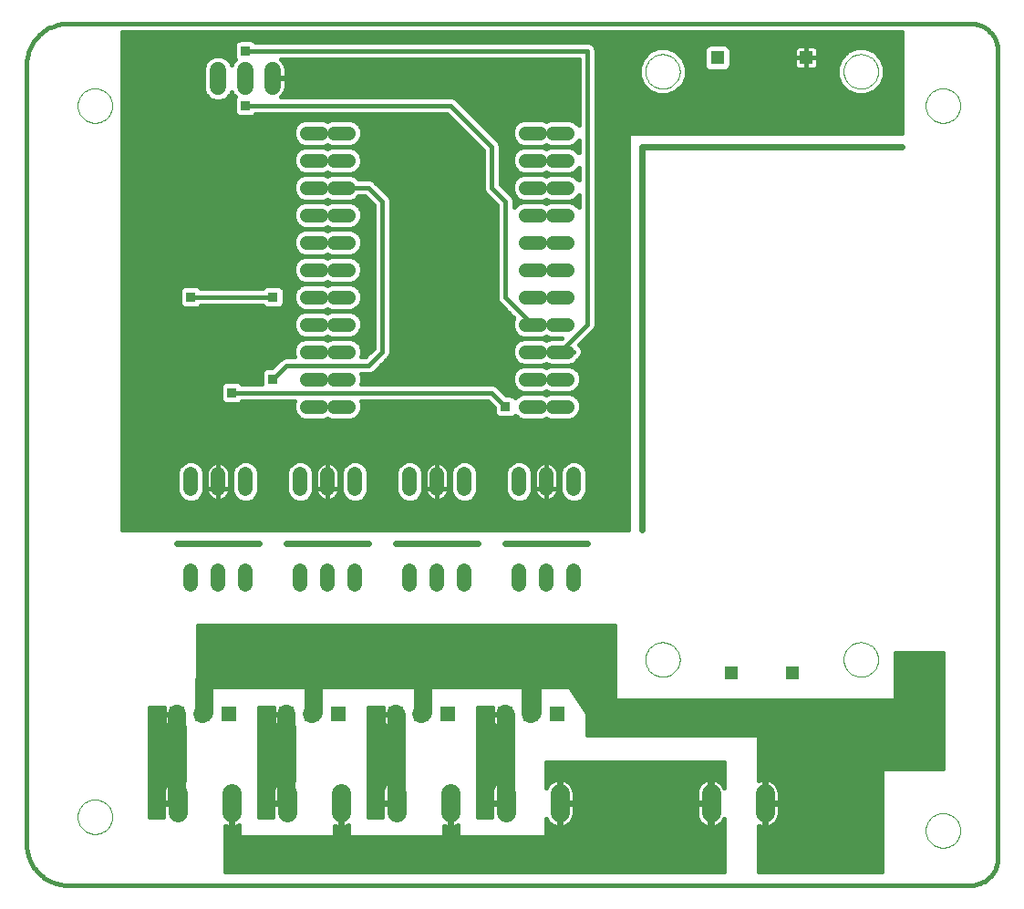
<source format=gbl>
G75*
%MOIN*%
%OFA0B0*%
%FSLAX24Y24*%
%IPPOS*%
%LPD*%
%AMOC8*
5,1,8,0,0,1.08239X$1,22.5*
%
%ADD10C,0.0000*%
%ADD11C,0.0160*%
%ADD12C,0.0240*%
%ADD13C,0.0520*%
%ADD14C,0.0600*%
%ADD15R,0.0554X0.0554*%
%ADD16C,0.0515*%
%ADD17C,0.0705*%
%ADD18R,0.0515X0.0515*%
%ADD19R,0.0356X0.0356*%
%ADD20C,0.0660*%
D10*
X002050Y002680D02*
X002052Y002730D01*
X002058Y002780D01*
X002068Y002829D01*
X002082Y002877D01*
X002099Y002924D01*
X002120Y002969D01*
X002145Y003013D01*
X002173Y003054D01*
X002205Y003093D01*
X002239Y003130D01*
X002276Y003164D01*
X002316Y003194D01*
X002358Y003221D01*
X002402Y003245D01*
X002448Y003266D01*
X002495Y003282D01*
X002543Y003295D01*
X002593Y003304D01*
X002642Y003309D01*
X002693Y003310D01*
X002743Y003307D01*
X002792Y003300D01*
X002841Y003289D01*
X002889Y003274D01*
X002935Y003256D01*
X002980Y003234D01*
X003023Y003208D01*
X003064Y003179D01*
X003103Y003147D01*
X003139Y003112D01*
X003171Y003074D01*
X003201Y003034D01*
X003228Y002991D01*
X003251Y002947D01*
X003270Y002901D01*
X003286Y002853D01*
X003298Y002804D01*
X003306Y002755D01*
X003310Y002705D01*
X003310Y002655D01*
X003306Y002605D01*
X003298Y002556D01*
X003286Y002507D01*
X003270Y002459D01*
X003251Y002413D01*
X003228Y002369D01*
X003201Y002326D01*
X003171Y002286D01*
X003139Y002248D01*
X003103Y002213D01*
X003064Y002181D01*
X003023Y002152D01*
X002980Y002126D01*
X002935Y002104D01*
X002889Y002086D01*
X002841Y002071D01*
X002792Y002060D01*
X002743Y002053D01*
X002693Y002050D01*
X002642Y002051D01*
X002593Y002056D01*
X002543Y002065D01*
X002495Y002078D01*
X002448Y002094D01*
X002402Y002115D01*
X002358Y002139D01*
X002316Y002166D01*
X002276Y002196D01*
X002239Y002230D01*
X002205Y002267D01*
X002173Y002306D01*
X002145Y002347D01*
X002120Y002391D01*
X002099Y002436D01*
X002082Y002483D01*
X002068Y002531D01*
X002058Y002580D01*
X002052Y002630D01*
X002050Y002680D01*
X022800Y008430D02*
X022802Y008480D01*
X022808Y008530D01*
X022818Y008579D01*
X022832Y008627D01*
X022849Y008674D01*
X022870Y008719D01*
X022895Y008763D01*
X022923Y008804D01*
X022955Y008843D01*
X022989Y008880D01*
X023026Y008914D01*
X023066Y008944D01*
X023108Y008971D01*
X023152Y008995D01*
X023198Y009016D01*
X023245Y009032D01*
X023293Y009045D01*
X023343Y009054D01*
X023392Y009059D01*
X023443Y009060D01*
X023493Y009057D01*
X023542Y009050D01*
X023591Y009039D01*
X023639Y009024D01*
X023685Y009006D01*
X023730Y008984D01*
X023773Y008958D01*
X023814Y008929D01*
X023853Y008897D01*
X023889Y008862D01*
X023921Y008824D01*
X023951Y008784D01*
X023978Y008741D01*
X024001Y008697D01*
X024020Y008651D01*
X024036Y008603D01*
X024048Y008554D01*
X024056Y008505D01*
X024060Y008455D01*
X024060Y008405D01*
X024056Y008355D01*
X024048Y008306D01*
X024036Y008257D01*
X024020Y008209D01*
X024001Y008163D01*
X023978Y008119D01*
X023951Y008076D01*
X023921Y008036D01*
X023889Y007998D01*
X023853Y007963D01*
X023814Y007931D01*
X023773Y007902D01*
X023730Y007876D01*
X023685Y007854D01*
X023639Y007836D01*
X023591Y007821D01*
X023542Y007810D01*
X023493Y007803D01*
X023443Y007800D01*
X023392Y007801D01*
X023343Y007806D01*
X023293Y007815D01*
X023245Y007828D01*
X023198Y007844D01*
X023152Y007865D01*
X023108Y007889D01*
X023066Y007916D01*
X023026Y007946D01*
X022989Y007980D01*
X022955Y008017D01*
X022923Y008056D01*
X022895Y008097D01*
X022870Y008141D01*
X022849Y008186D01*
X022832Y008233D01*
X022818Y008281D01*
X022808Y008330D01*
X022802Y008380D01*
X022800Y008430D01*
X030050Y008430D02*
X030052Y008480D01*
X030058Y008530D01*
X030068Y008579D01*
X030082Y008627D01*
X030099Y008674D01*
X030120Y008719D01*
X030145Y008763D01*
X030173Y008804D01*
X030205Y008843D01*
X030239Y008880D01*
X030276Y008914D01*
X030316Y008944D01*
X030358Y008971D01*
X030402Y008995D01*
X030448Y009016D01*
X030495Y009032D01*
X030543Y009045D01*
X030593Y009054D01*
X030642Y009059D01*
X030693Y009060D01*
X030743Y009057D01*
X030792Y009050D01*
X030841Y009039D01*
X030889Y009024D01*
X030935Y009006D01*
X030980Y008984D01*
X031023Y008958D01*
X031064Y008929D01*
X031103Y008897D01*
X031139Y008862D01*
X031171Y008824D01*
X031201Y008784D01*
X031228Y008741D01*
X031251Y008697D01*
X031270Y008651D01*
X031286Y008603D01*
X031298Y008554D01*
X031306Y008505D01*
X031310Y008455D01*
X031310Y008405D01*
X031306Y008355D01*
X031298Y008306D01*
X031286Y008257D01*
X031270Y008209D01*
X031251Y008163D01*
X031228Y008119D01*
X031201Y008076D01*
X031171Y008036D01*
X031139Y007998D01*
X031103Y007963D01*
X031064Y007931D01*
X031023Y007902D01*
X030980Y007876D01*
X030935Y007854D01*
X030889Y007836D01*
X030841Y007821D01*
X030792Y007810D01*
X030743Y007803D01*
X030693Y007800D01*
X030642Y007801D01*
X030593Y007806D01*
X030543Y007815D01*
X030495Y007828D01*
X030448Y007844D01*
X030402Y007865D01*
X030358Y007889D01*
X030316Y007916D01*
X030276Y007946D01*
X030239Y007980D01*
X030205Y008017D01*
X030173Y008056D01*
X030145Y008097D01*
X030120Y008141D01*
X030099Y008186D01*
X030082Y008233D01*
X030068Y008281D01*
X030058Y008330D01*
X030052Y008380D01*
X030050Y008430D01*
X033050Y002180D02*
X033052Y002230D01*
X033058Y002280D01*
X033068Y002329D01*
X033082Y002377D01*
X033099Y002424D01*
X033120Y002469D01*
X033145Y002513D01*
X033173Y002554D01*
X033205Y002593D01*
X033239Y002630D01*
X033276Y002664D01*
X033316Y002694D01*
X033358Y002721D01*
X033402Y002745D01*
X033448Y002766D01*
X033495Y002782D01*
X033543Y002795D01*
X033593Y002804D01*
X033642Y002809D01*
X033693Y002810D01*
X033743Y002807D01*
X033792Y002800D01*
X033841Y002789D01*
X033889Y002774D01*
X033935Y002756D01*
X033980Y002734D01*
X034023Y002708D01*
X034064Y002679D01*
X034103Y002647D01*
X034139Y002612D01*
X034171Y002574D01*
X034201Y002534D01*
X034228Y002491D01*
X034251Y002447D01*
X034270Y002401D01*
X034286Y002353D01*
X034298Y002304D01*
X034306Y002255D01*
X034310Y002205D01*
X034310Y002155D01*
X034306Y002105D01*
X034298Y002056D01*
X034286Y002007D01*
X034270Y001959D01*
X034251Y001913D01*
X034228Y001869D01*
X034201Y001826D01*
X034171Y001786D01*
X034139Y001748D01*
X034103Y001713D01*
X034064Y001681D01*
X034023Y001652D01*
X033980Y001626D01*
X033935Y001604D01*
X033889Y001586D01*
X033841Y001571D01*
X033792Y001560D01*
X033743Y001553D01*
X033693Y001550D01*
X033642Y001551D01*
X033593Y001556D01*
X033543Y001565D01*
X033495Y001578D01*
X033448Y001594D01*
X033402Y001615D01*
X033358Y001639D01*
X033316Y001666D01*
X033276Y001696D01*
X033239Y001730D01*
X033205Y001767D01*
X033173Y001806D01*
X033145Y001847D01*
X033120Y001891D01*
X033099Y001936D01*
X033082Y001983D01*
X033068Y002031D01*
X033058Y002080D01*
X033052Y002130D01*
X033050Y002180D01*
X034300Y000180D02*
X034680Y000180D01*
X033050Y028680D02*
X033052Y028730D01*
X033058Y028780D01*
X033068Y028829D01*
X033082Y028877D01*
X033099Y028924D01*
X033120Y028969D01*
X033145Y029013D01*
X033173Y029054D01*
X033205Y029093D01*
X033239Y029130D01*
X033276Y029164D01*
X033316Y029194D01*
X033358Y029221D01*
X033402Y029245D01*
X033448Y029266D01*
X033495Y029282D01*
X033543Y029295D01*
X033593Y029304D01*
X033642Y029309D01*
X033693Y029310D01*
X033743Y029307D01*
X033792Y029300D01*
X033841Y029289D01*
X033889Y029274D01*
X033935Y029256D01*
X033980Y029234D01*
X034023Y029208D01*
X034064Y029179D01*
X034103Y029147D01*
X034139Y029112D01*
X034171Y029074D01*
X034201Y029034D01*
X034228Y028991D01*
X034251Y028947D01*
X034270Y028901D01*
X034286Y028853D01*
X034298Y028804D01*
X034306Y028755D01*
X034310Y028705D01*
X034310Y028655D01*
X034306Y028605D01*
X034298Y028556D01*
X034286Y028507D01*
X034270Y028459D01*
X034251Y028413D01*
X034228Y028369D01*
X034201Y028326D01*
X034171Y028286D01*
X034139Y028248D01*
X034103Y028213D01*
X034064Y028181D01*
X034023Y028152D01*
X033980Y028126D01*
X033935Y028104D01*
X033889Y028086D01*
X033841Y028071D01*
X033792Y028060D01*
X033743Y028053D01*
X033693Y028050D01*
X033642Y028051D01*
X033593Y028056D01*
X033543Y028065D01*
X033495Y028078D01*
X033448Y028094D01*
X033402Y028115D01*
X033358Y028139D01*
X033316Y028166D01*
X033276Y028196D01*
X033239Y028230D01*
X033205Y028267D01*
X033173Y028306D01*
X033145Y028347D01*
X033120Y028391D01*
X033099Y028436D01*
X033082Y028483D01*
X033068Y028531D01*
X033058Y028580D01*
X033052Y028630D01*
X033050Y028680D01*
X030050Y029930D02*
X030052Y029980D01*
X030058Y030030D01*
X030068Y030079D01*
X030082Y030127D01*
X030099Y030174D01*
X030120Y030219D01*
X030145Y030263D01*
X030173Y030304D01*
X030205Y030343D01*
X030239Y030380D01*
X030276Y030414D01*
X030316Y030444D01*
X030358Y030471D01*
X030402Y030495D01*
X030448Y030516D01*
X030495Y030532D01*
X030543Y030545D01*
X030593Y030554D01*
X030642Y030559D01*
X030693Y030560D01*
X030743Y030557D01*
X030792Y030550D01*
X030841Y030539D01*
X030889Y030524D01*
X030935Y030506D01*
X030980Y030484D01*
X031023Y030458D01*
X031064Y030429D01*
X031103Y030397D01*
X031139Y030362D01*
X031171Y030324D01*
X031201Y030284D01*
X031228Y030241D01*
X031251Y030197D01*
X031270Y030151D01*
X031286Y030103D01*
X031298Y030054D01*
X031306Y030005D01*
X031310Y029955D01*
X031310Y029905D01*
X031306Y029855D01*
X031298Y029806D01*
X031286Y029757D01*
X031270Y029709D01*
X031251Y029663D01*
X031228Y029619D01*
X031201Y029576D01*
X031171Y029536D01*
X031139Y029498D01*
X031103Y029463D01*
X031064Y029431D01*
X031023Y029402D01*
X030980Y029376D01*
X030935Y029354D01*
X030889Y029336D01*
X030841Y029321D01*
X030792Y029310D01*
X030743Y029303D01*
X030693Y029300D01*
X030642Y029301D01*
X030593Y029306D01*
X030543Y029315D01*
X030495Y029328D01*
X030448Y029344D01*
X030402Y029365D01*
X030358Y029389D01*
X030316Y029416D01*
X030276Y029446D01*
X030239Y029480D01*
X030205Y029517D01*
X030173Y029556D01*
X030145Y029597D01*
X030120Y029641D01*
X030099Y029686D01*
X030082Y029733D01*
X030068Y029781D01*
X030058Y029830D01*
X030052Y029880D01*
X030050Y029930D01*
X022800Y029930D02*
X022802Y029980D01*
X022808Y030030D01*
X022818Y030079D01*
X022832Y030127D01*
X022849Y030174D01*
X022870Y030219D01*
X022895Y030263D01*
X022923Y030304D01*
X022955Y030343D01*
X022989Y030380D01*
X023026Y030414D01*
X023066Y030444D01*
X023108Y030471D01*
X023152Y030495D01*
X023198Y030516D01*
X023245Y030532D01*
X023293Y030545D01*
X023343Y030554D01*
X023392Y030559D01*
X023443Y030560D01*
X023493Y030557D01*
X023542Y030550D01*
X023591Y030539D01*
X023639Y030524D01*
X023685Y030506D01*
X023730Y030484D01*
X023773Y030458D01*
X023814Y030429D01*
X023853Y030397D01*
X023889Y030362D01*
X023921Y030324D01*
X023951Y030284D01*
X023978Y030241D01*
X024001Y030197D01*
X024020Y030151D01*
X024036Y030103D01*
X024048Y030054D01*
X024056Y030005D01*
X024060Y029955D01*
X024060Y029905D01*
X024056Y029855D01*
X024048Y029806D01*
X024036Y029757D01*
X024020Y029709D01*
X024001Y029663D01*
X023978Y029619D01*
X023951Y029576D01*
X023921Y029536D01*
X023889Y029498D01*
X023853Y029463D01*
X023814Y029431D01*
X023773Y029402D01*
X023730Y029376D01*
X023685Y029354D01*
X023639Y029336D01*
X023591Y029321D01*
X023542Y029310D01*
X023493Y029303D01*
X023443Y029300D01*
X023392Y029301D01*
X023343Y029306D01*
X023293Y029315D01*
X023245Y029328D01*
X023198Y029344D01*
X023152Y029365D01*
X023108Y029389D01*
X023066Y029416D01*
X023026Y029446D01*
X022989Y029480D01*
X022955Y029517D01*
X022923Y029556D01*
X022895Y029597D01*
X022870Y029641D01*
X022849Y029686D01*
X022832Y029733D01*
X022818Y029781D01*
X022808Y029830D01*
X022802Y029880D01*
X022800Y029930D01*
X002050Y028680D02*
X002052Y028730D01*
X002058Y028780D01*
X002068Y028829D01*
X002082Y028877D01*
X002099Y028924D01*
X002120Y028969D01*
X002145Y029013D01*
X002173Y029054D01*
X002205Y029093D01*
X002239Y029130D01*
X002276Y029164D01*
X002316Y029194D01*
X002358Y029221D01*
X002402Y029245D01*
X002448Y029266D01*
X002495Y029282D01*
X002543Y029295D01*
X002593Y029304D01*
X002642Y029309D01*
X002693Y029310D01*
X002743Y029307D01*
X002792Y029300D01*
X002841Y029289D01*
X002889Y029274D01*
X002935Y029256D01*
X002980Y029234D01*
X003023Y029208D01*
X003064Y029179D01*
X003103Y029147D01*
X003139Y029112D01*
X003171Y029074D01*
X003201Y029034D01*
X003228Y028991D01*
X003251Y028947D01*
X003270Y028901D01*
X003286Y028853D01*
X003298Y028804D01*
X003306Y028755D01*
X003310Y028705D01*
X003310Y028655D01*
X003306Y028605D01*
X003298Y028556D01*
X003286Y028507D01*
X003270Y028459D01*
X003251Y028413D01*
X003228Y028369D01*
X003201Y028326D01*
X003171Y028286D01*
X003139Y028248D01*
X003103Y028213D01*
X003064Y028181D01*
X003023Y028152D01*
X002980Y028126D01*
X002935Y028104D01*
X002889Y028086D01*
X002841Y028071D01*
X002792Y028060D01*
X002743Y028053D01*
X002693Y028050D01*
X002642Y028051D01*
X002593Y028056D01*
X002543Y028065D01*
X002495Y028078D01*
X002448Y028094D01*
X002402Y028115D01*
X002358Y028139D01*
X002316Y028166D01*
X002276Y028196D01*
X002239Y028230D01*
X002205Y028267D01*
X002173Y028306D01*
X002145Y028347D01*
X002120Y028391D01*
X002099Y028436D01*
X002082Y028483D01*
X002068Y028531D01*
X002058Y028580D01*
X002052Y028630D01*
X002050Y028680D01*
D11*
X001680Y000180D02*
X034680Y000180D01*
X034740Y000182D01*
X034801Y000187D01*
X034860Y000196D01*
X034919Y000209D01*
X034978Y000225D01*
X035035Y000245D01*
X035090Y000268D01*
X035145Y000295D01*
X035197Y000324D01*
X035248Y000357D01*
X035297Y000393D01*
X035343Y000431D01*
X035387Y000473D01*
X035429Y000517D01*
X035467Y000563D01*
X035503Y000612D01*
X035536Y000663D01*
X035565Y000715D01*
X035592Y000770D01*
X035615Y000825D01*
X035635Y000882D01*
X035651Y000941D01*
X035664Y001000D01*
X035673Y001059D01*
X035678Y001120D01*
X035680Y001180D01*
X035680Y030680D01*
X035678Y030740D01*
X035673Y030801D01*
X035664Y030860D01*
X035651Y030919D01*
X035635Y030978D01*
X035615Y031035D01*
X035592Y031090D01*
X035565Y031145D01*
X035536Y031197D01*
X035503Y031248D01*
X035467Y031297D01*
X035429Y031343D01*
X035387Y031387D01*
X035343Y031429D01*
X035297Y031467D01*
X035248Y031503D01*
X035197Y031536D01*
X035145Y031565D01*
X035090Y031592D01*
X035035Y031615D01*
X034978Y031635D01*
X034919Y031651D01*
X034860Y031664D01*
X034801Y031673D01*
X034740Y031678D01*
X034680Y031680D01*
X001680Y031680D01*
X001604Y031678D01*
X001528Y031672D01*
X001453Y031663D01*
X001378Y031649D01*
X001304Y031632D01*
X001231Y031611D01*
X001159Y031587D01*
X001088Y031558D01*
X001019Y031527D01*
X000952Y031492D01*
X000887Y031453D01*
X000823Y031411D01*
X000762Y031366D01*
X000703Y031318D01*
X000647Y031267D01*
X000593Y031213D01*
X000542Y031157D01*
X000494Y031098D01*
X000449Y031037D01*
X000407Y030973D01*
X000368Y030908D01*
X000333Y030841D01*
X000302Y030772D01*
X000273Y030701D01*
X000249Y030629D01*
X000228Y030556D01*
X000211Y030482D01*
X000197Y030407D01*
X000188Y030332D01*
X000182Y030256D01*
X000180Y030180D01*
X000180Y001680D01*
X000182Y001604D01*
X000188Y001528D01*
X000197Y001453D01*
X000211Y001378D01*
X000228Y001304D01*
X000249Y001231D01*
X000273Y001159D01*
X000302Y001088D01*
X000333Y001019D01*
X000368Y000952D01*
X000407Y000887D01*
X000449Y000823D01*
X000494Y000762D01*
X000542Y000703D01*
X000593Y000647D01*
X000647Y000593D01*
X000703Y000542D01*
X000762Y000494D01*
X000823Y000449D01*
X000887Y000407D01*
X000952Y000368D01*
X001019Y000333D01*
X001088Y000302D01*
X001159Y000273D01*
X001231Y000249D01*
X001304Y000228D01*
X001378Y000211D01*
X001453Y000197D01*
X001528Y000188D01*
X001604Y000182D01*
X001680Y000180D01*
X004680Y002680D02*
X004680Y006680D01*
X005223Y006680D01*
X005223Y006439D01*
X005671Y006439D01*
X005671Y006421D01*
X005223Y006421D01*
X005223Y006129D01*
X005235Y006083D01*
X005259Y006042D01*
X005292Y006009D01*
X005333Y005985D01*
X005379Y005973D01*
X005671Y005973D01*
X005671Y006421D01*
X005689Y006421D01*
X005689Y005973D01*
X005930Y005973D01*
X005930Y004011D01*
X005900Y004026D01*
X005820Y004052D01*
X005738Y004065D01*
X005733Y004065D01*
X005733Y003218D01*
X005658Y003218D01*
X005658Y004065D01*
X005654Y004065D01*
X005571Y004052D01*
X005491Y004026D01*
X005417Y003988D01*
X005349Y003939D01*
X005290Y003879D01*
X005240Y003812D01*
X005202Y003737D01*
X005176Y003657D01*
X005163Y003574D01*
X005163Y003218D01*
X005658Y003218D01*
X005658Y003142D01*
X005163Y003142D01*
X005163Y002786D01*
X005176Y002703D01*
X005184Y002680D01*
X004680Y002680D01*
X004680Y002716D02*
X005174Y002716D01*
X005163Y002875D02*
X004680Y002875D01*
X004680Y003033D02*
X005163Y003033D01*
X005163Y003350D02*
X004680Y003350D01*
X004680Y003192D02*
X005658Y003192D01*
X005658Y003350D02*
X005733Y003350D01*
X005733Y003509D02*
X005658Y003509D01*
X005658Y003667D02*
X005733Y003667D01*
X005733Y003826D02*
X005658Y003826D01*
X005658Y003984D02*
X005733Y003984D01*
X005930Y004143D02*
X004680Y004143D01*
X004680Y004301D02*
X005930Y004301D01*
X005930Y004460D02*
X004680Y004460D01*
X004680Y004618D02*
X005930Y004618D01*
X005930Y004777D02*
X004680Y004777D01*
X004680Y004935D02*
X005930Y004935D01*
X005930Y005094D02*
X004680Y005094D01*
X004680Y005252D02*
X005930Y005252D01*
X005930Y005411D02*
X004680Y005411D01*
X004680Y005569D02*
X005930Y005569D01*
X005930Y005728D02*
X004680Y005728D01*
X004680Y005886D02*
X005930Y005886D01*
X005689Y006045D02*
X005671Y006045D01*
X005671Y006203D02*
X005689Y006203D01*
X005689Y006362D02*
X005671Y006362D01*
X005223Y006362D02*
X004680Y006362D01*
X004680Y006520D02*
X005223Y006520D01*
X005223Y006679D02*
X004680Y006679D01*
X004680Y006203D02*
X005223Y006203D01*
X005258Y006045D02*
X004680Y006045D01*
X006430Y007430D02*
X006430Y009680D01*
X021680Y009680D01*
X021680Y006930D01*
X031930Y006930D01*
X031930Y008680D01*
X033680Y008680D01*
X033680Y005680D01*
X033680Y004430D01*
X031430Y004430D01*
X031430Y000680D01*
X026930Y000680D01*
X026930Y002349D01*
X026960Y002334D01*
X027040Y002308D01*
X027122Y002295D01*
X027127Y002295D01*
X027127Y003142D01*
X027202Y003142D01*
X027202Y002295D01*
X027206Y002295D01*
X027289Y002308D01*
X027369Y002334D01*
X027443Y002372D01*
X027511Y002421D01*
X027570Y002481D01*
X027620Y002548D01*
X027658Y002623D01*
X027684Y002703D01*
X027697Y002786D01*
X027697Y003142D01*
X027202Y003142D01*
X027202Y003218D01*
X027127Y003218D01*
X027127Y004065D01*
X027122Y004065D01*
X027040Y004052D01*
X026960Y004026D01*
X026930Y004011D01*
X026930Y005680D01*
X033680Y005680D01*
X020680Y005680D01*
X020680Y007430D01*
X006430Y007430D01*
X006430Y007471D02*
X021680Y007471D01*
X021680Y007313D02*
X020680Y007313D01*
X020680Y007154D02*
X021680Y007154D01*
X021680Y006996D02*
X020680Y006996D01*
X020680Y006837D02*
X033680Y006837D01*
X033680Y006679D02*
X020680Y006679D01*
X020680Y006520D02*
X033680Y006520D01*
X033680Y006362D02*
X020680Y006362D01*
X020680Y006203D02*
X033680Y006203D01*
X033680Y006045D02*
X020680Y006045D01*
X020680Y005886D02*
X033680Y005886D01*
X033680Y005728D02*
X020680Y005728D01*
X019180Y004680D02*
X025680Y004680D01*
X025680Y003755D01*
X025651Y003812D01*
X025602Y003879D01*
X025543Y003939D01*
X025475Y003988D01*
X025400Y004026D01*
X025320Y004052D01*
X025238Y004065D01*
X025233Y004065D01*
X025233Y003218D01*
X025158Y003218D01*
X025158Y004065D01*
X025154Y004065D01*
X025071Y004052D01*
X024991Y004026D01*
X024917Y003988D01*
X024849Y003939D01*
X024790Y003879D01*
X024740Y003812D01*
X024702Y003737D01*
X024676Y003657D01*
X024663Y003574D01*
X024663Y003218D01*
X025158Y003218D01*
X025158Y003142D01*
X025233Y003142D01*
X025233Y002295D01*
X025238Y002295D01*
X025320Y002308D01*
X025400Y002334D01*
X025475Y002372D01*
X025543Y002421D01*
X025602Y002481D01*
X025651Y002548D01*
X025680Y002605D01*
X025680Y000680D01*
X007430Y000680D01*
X007430Y002349D01*
X007460Y002334D01*
X007540Y002308D01*
X007622Y002295D01*
X007627Y002295D01*
X007627Y003142D01*
X007702Y003142D01*
X007702Y002295D01*
X007706Y002295D01*
X007789Y002308D01*
X007869Y002334D01*
X007930Y002365D01*
X007930Y001930D01*
X011430Y001930D01*
X011430Y002349D01*
X011460Y002334D01*
X011540Y002308D01*
X011622Y002295D01*
X011627Y002295D01*
X011627Y003142D01*
X011702Y003142D01*
X011702Y002295D01*
X011706Y002295D01*
X011789Y002308D01*
X011869Y002334D01*
X011930Y002365D01*
X011930Y001930D01*
X015430Y001930D01*
X015430Y002349D01*
X015460Y002334D01*
X015540Y002308D01*
X015622Y002295D01*
X015627Y002295D01*
X015627Y003142D01*
X015702Y003142D01*
X015702Y002295D01*
X015706Y002295D01*
X015789Y002308D01*
X015869Y002334D01*
X015930Y002365D01*
X015930Y001930D01*
X019180Y001930D01*
X019180Y002605D01*
X019209Y002548D01*
X019258Y002481D01*
X019317Y002421D01*
X019385Y002372D01*
X019460Y002334D01*
X019540Y002308D01*
X019622Y002295D01*
X019627Y002295D01*
X019627Y003142D01*
X019702Y003142D01*
X019702Y002295D01*
X019706Y002295D01*
X019789Y002308D01*
X019869Y002334D01*
X019943Y002372D01*
X020011Y002421D01*
X020070Y002481D01*
X020120Y002548D01*
X020158Y002623D01*
X020184Y002703D01*
X020197Y002786D01*
X020197Y003142D01*
X019702Y003142D01*
X019702Y003218D01*
X019627Y003218D01*
X019627Y004065D01*
X019622Y004065D01*
X019540Y004052D01*
X019460Y004026D01*
X019385Y003988D01*
X019317Y003939D01*
X019258Y003879D01*
X019209Y003812D01*
X019180Y003755D01*
X019180Y004680D01*
X019180Y004618D02*
X025680Y004618D01*
X025680Y004460D02*
X019180Y004460D01*
X019180Y004301D02*
X025680Y004301D01*
X025680Y004143D02*
X019180Y004143D01*
X019180Y003984D02*
X019380Y003984D01*
X019219Y003826D02*
X019180Y003826D01*
X019627Y003826D02*
X019702Y003826D01*
X019702Y003984D02*
X019627Y003984D01*
X019702Y004065D02*
X019702Y003218D01*
X020197Y003218D01*
X020197Y003574D01*
X020184Y003657D01*
X020158Y003737D01*
X020120Y003812D01*
X020070Y003879D01*
X020011Y003939D01*
X019943Y003988D01*
X019869Y004026D01*
X019789Y004052D01*
X019706Y004065D01*
X019702Y004065D01*
X019949Y003984D02*
X024911Y003984D01*
X024750Y003826D02*
X020110Y003826D01*
X020180Y003667D02*
X024680Y003667D01*
X024663Y003509D02*
X020197Y003509D01*
X020197Y003350D02*
X024663Y003350D01*
X024663Y003142D02*
X024663Y002786D01*
X024676Y002703D01*
X024702Y002623D01*
X024740Y002548D01*
X024790Y002481D01*
X024849Y002421D01*
X024917Y002372D01*
X024991Y002334D01*
X025071Y002308D01*
X025154Y002295D01*
X025158Y002295D01*
X025158Y003142D01*
X024663Y003142D01*
X024663Y003033D02*
X020197Y003033D01*
X020197Y002875D02*
X024663Y002875D01*
X024674Y002716D02*
X020186Y002716D01*
X020124Y002558D02*
X024736Y002558D01*
X024880Y002399D02*
X019980Y002399D01*
X019702Y002399D02*
X019627Y002399D01*
X019627Y002558D02*
X019702Y002558D01*
X019702Y002716D02*
X019627Y002716D01*
X019627Y002875D02*
X019702Y002875D01*
X019702Y003033D02*
X019627Y003033D01*
X019702Y003192D02*
X025158Y003192D01*
X025158Y003350D02*
X025233Y003350D01*
X025233Y003509D02*
X025158Y003509D01*
X025158Y003667D02*
X025233Y003667D01*
X025233Y003826D02*
X025158Y003826D01*
X025158Y003984D02*
X025233Y003984D01*
X025480Y003984D02*
X025680Y003984D01*
X025680Y003826D02*
X025641Y003826D01*
X025233Y003033D02*
X025158Y003033D01*
X025158Y002875D02*
X025233Y002875D01*
X025233Y002716D02*
X025158Y002716D01*
X025158Y002558D02*
X025233Y002558D01*
X025233Y002399D02*
X025158Y002399D01*
X025512Y002399D02*
X025680Y002399D01*
X025680Y002241D02*
X019180Y002241D01*
X019180Y002399D02*
X019348Y002399D01*
X019204Y002558D02*
X019180Y002558D01*
X019180Y002082D02*
X025680Y002082D01*
X025680Y001924D02*
X007430Y001924D01*
X007430Y002082D02*
X007930Y002082D01*
X007930Y002241D02*
X007430Y002241D01*
X007627Y002399D02*
X007702Y002399D01*
X007702Y002558D02*
X007627Y002558D01*
X007627Y002716D02*
X007702Y002716D01*
X007702Y002875D02*
X007627Y002875D01*
X007627Y003033D02*
X007702Y003033D01*
X008680Y003033D02*
X009163Y003033D01*
X009163Y003142D02*
X009163Y002786D01*
X009176Y002703D01*
X009184Y002680D01*
X008680Y002680D01*
X008680Y006680D01*
X009223Y006680D01*
X009223Y006439D01*
X009671Y006439D01*
X009671Y006421D01*
X009223Y006421D01*
X009223Y006129D01*
X009235Y006083D01*
X009259Y006042D01*
X009292Y006009D01*
X009333Y005985D01*
X009379Y005973D01*
X009671Y005973D01*
X009671Y006421D01*
X009689Y006421D01*
X009689Y005973D01*
X009930Y005973D01*
X009930Y004011D01*
X009900Y004026D01*
X009820Y004052D01*
X009738Y004065D01*
X009733Y004065D01*
X009733Y003218D01*
X009658Y003218D01*
X009658Y004065D01*
X009654Y004065D01*
X009571Y004052D01*
X009491Y004026D01*
X009417Y003988D01*
X009349Y003939D01*
X009290Y003879D01*
X009240Y003812D01*
X009202Y003737D01*
X009176Y003657D01*
X009163Y003574D01*
X009163Y003218D01*
X009658Y003218D01*
X009658Y003142D01*
X009163Y003142D01*
X009163Y003350D02*
X008680Y003350D01*
X008680Y003192D02*
X009658Y003192D01*
X009658Y003350D02*
X009733Y003350D01*
X009733Y003509D02*
X009658Y003509D01*
X009658Y003667D02*
X009733Y003667D01*
X009733Y003826D02*
X009658Y003826D01*
X009658Y003984D02*
X009733Y003984D01*
X009930Y004143D02*
X008680Y004143D01*
X008680Y004301D02*
X009930Y004301D01*
X009930Y004460D02*
X008680Y004460D01*
X008680Y004618D02*
X009930Y004618D01*
X009930Y004777D02*
X008680Y004777D01*
X008680Y004935D02*
X009930Y004935D01*
X009930Y005094D02*
X008680Y005094D01*
X008680Y005252D02*
X009930Y005252D01*
X009930Y005411D02*
X008680Y005411D01*
X008680Y005569D02*
X009930Y005569D01*
X009930Y005728D02*
X008680Y005728D01*
X008680Y005886D02*
X009930Y005886D01*
X009689Y006045D02*
X009671Y006045D01*
X009671Y006203D02*
X009689Y006203D01*
X009689Y006362D02*
X009671Y006362D01*
X009223Y006362D02*
X008680Y006362D01*
X008680Y006520D02*
X009223Y006520D01*
X009223Y006679D02*
X008680Y006679D01*
X008680Y006203D02*
X009223Y006203D01*
X009258Y006045D02*
X008680Y006045D01*
X008680Y003984D02*
X009411Y003984D01*
X009250Y003826D02*
X008680Y003826D01*
X008680Y003667D02*
X009180Y003667D01*
X009163Y003509D02*
X008680Y003509D01*
X008680Y002875D02*
X009163Y002875D01*
X009174Y002716D02*
X008680Y002716D01*
X007430Y001765D02*
X025680Y001765D01*
X025680Y001607D02*
X007430Y001607D01*
X007430Y001448D02*
X025680Y001448D01*
X025680Y001290D02*
X007430Y001290D01*
X007430Y001131D02*
X025680Y001131D01*
X025680Y000973D02*
X007430Y000973D01*
X007430Y000814D02*
X025680Y000814D01*
X026930Y000814D02*
X031430Y000814D01*
X031430Y000973D02*
X026930Y000973D01*
X026930Y001131D02*
X031430Y001131D01*
X031430Y001290D02*
X026930Y001290D01*
X026930Y001448D02*
X031430Y001448D01*
X031430Y001607D02*
X026930Y001607D01*
X026930Y001765D02*
X031430Y001765D01*
X031430Y001924D02*
X026930Y001924D01*
X026930Y002082D02*
X031430Y002082D01*
X031430Y002241D02*
X026930Y002241D01*
X027127Y002399D02*
X027202Y002399D01*
X027202Y002558D02*
X027127Y002558D01*
X027127Y002716D02*
X027202Y002716D01*
X027202Y002875D02*
X027127Y002875D01*
X027127Y003033D02*
X027202Y003033D01*
X027202Y003192D02*
X031430Y003192D01*
X031430Y003350D02*
X027697Y003350D01*
X027697Y003218D02*
X027697Y003574D01*
X027684Y003657D01*
X027658Y003737D01*
X027620Y003812D01*
X027570Y003879D01*
X027511Y003939D01*
X027443Y003988D01*
X027369Y004026D01*
X027289Y004052D01*
X027206Y004065D01*
X027202Y004065D01*
X027202Y003218D01*
X027697Y003218D01*
X027697Y003033D02*
X031430Y003033D01*
X031430Y002875D02*
X027697Y002875D01*
X027686Y002716D02*
X031430Y002716D01*
X031430Y002558D02*
X027624Y002558D01*
X027480Y002399D02*
X031430Y002399D01*
X031430Y003509D02*
X027697Y003509D01*
X027680Y003667D02*
X031430Y003667D01*
X031430Y003826D02*
X027610Y003826D01*
X027449Y003984D02*
X031430Y003984D01*
X031430Y004143D02*
X026930Y004143D01*
X026930Y004301D02*
X031430Y004301D01*
X033680Y004460D02*
X026930Y004460D01*
X026930Y004618D02*
X033680Y004618D01*
X033680Y004777D02*
X026930Y004777D01*
X026930Y004935D02*
X033680Y004935D01*
X033680Y005094D02*
X026930Y005094D01*
X026930Y005252D02*
X033680Y005252D01*
X033680Y005411D02*
X026930Y005411D01*
X026930Y005569D02*
X033680Y005569D01*
X033680Y006996D02*
X031930Y006996D01*
X031930Y007154D02*
X033680Y007154D01*
X033680Y007313D02*
X031930Y007313D01*
X031930Y007471D02*
X033680Y007471D01*
X033680Y007630D02*
X031930Y007630D01*
X031930Y007788D02*
X033680Y007788D01*
X033680Y007947D02*
X031930Y007947D01*
X031930Y008105D02*
X033680Y008105D01*
X033680Y008264D02*
X031930Y008264D01*
X031930Y008422D02*
X033680Y008422D01*
X033680Y008581D02*
X031930Y008581D01*
X027202Y003984D02*
X027127Y003984D01*
X027127Y003826D02*
X027202Y003826D01*
X027202Y003667D02*
X027127Y003667D01*
X027127Y003509D02*
X027202Y003509D01*
X027202Y003350D02*
X027127Y003350D01*
X025680Y002558D02*
X025656Y002558D01*
X021680Y007630D02*
X006430Y007630D01*
X006430Y007788D02*
X021680Y007788D01*
X021680Y007947D02*
X006430Y007947D01*
X006430Y008105D02*
X021680Y008105D01*
X021680Y008264D02*
X006430Y008264D01*
X006430Y008422D02*
X021680Y008422D01*
X021680Y008581D02*
X006430Y008581D01*
X006430Y008739D02*
X021680Y008739D01*
X021680Y008898D02*
X006430Y008898D01*
X006430Y009056D02*
X021680Y009056D01*
X021680Y009215D02*
X006430Y009215D01*
X006430Y009373D02*
X021680Y009373D01*
X021680Y009532D02*
X006430Y009532D01*
X003680Y013180D02*
X022180Y013180D01*
X022180Y027680D01*
X032180Y027680D01*
X032180Y031360D01*
X003680Y031360D01*
X003680Y013180D01*
X003680Y013336D02*
X022180Y013336D01*
X022180Y013494D02*
X003680Y013494D01*
X003680Y013653D02*
X022180Y013653D01*
X022180Y013811D02*
X003680Y013811D01*
X003680Y013970D02*
X022180Y013970D01*
X022180Y014128D02*
X003680Y014128D01*
X003680Y014287D02*
X005866Y014287D01*
X005897Y014256D02*
X006081Y014180D01*
X006279Y014180D01*
X006463Y014256D01*
X006604Y014397D01*
X006680Y014581D01*
X006680Y015299D01*
X006604Y015483D01*
X006463Y015624D01*
X006279Y015700D01*
X006081Y015700D01*
X005897Y015624D01*
X005756Y015483D01*
X005680Y015299D01*
X005680Y014581D01*
X005756Y014397D01*
X005897Y014256D01*
X005736Y014445D02*
X003680Y014445D01*
X003680Y014604D02*
X005680Y014604D01*
X005680Y014762D02*
X003680Y014762D01*
X003680Y014921D02*
X005680Y014921D01*
X005680Y015079D02*
X003680Y015079D01*
X003680Y015238D02*
X005680Y015238D01*
X005720Y015396D02*
X003680Y015396D01*
X003680Y015555D02*
X005827Y015555D01*
X006533Y015555D02*
X006919Y015555D01*
X006893Y015536D02*
X006844Y015487D01*
X006804Y015431D01*
X006772Y015369D01*
X006751Y015303D01*
X006740Y015235D01*
X006740Y014680D01*
X007180Y014680D01*
X007620Y014680D01*
X007620Y015235D01*
X007609Y015303D01*
X007588Y015369D01*
X007556Y015431D01*
X007516Y015487D01*
X007467Y015536D01*
X007411Y015576D01*
X007349Y015608D01*
X007283Y015629D01*
X007215Y015640D01*
X007180Y015640D01*
X007180Y014680D01*
X007180Y014680D01*
X007180Y014680D01*
X007620Y014680D01*
X007620Y014645D01*
X007609Y014577D01*
X007588Y014511D01*
X007556Y014449D01*
X007516Y014393D01*
X007467Y014344D01*
X007411Y014304D01*
X007349Y014272D01*
X007283Y014251D01*
X007215Y014240D01*
X007180Y014240D01*
X007180Y014680D01*
X007180Y014680D01*
X007180Y014680D01*
X007180Y015640D01*
X007145Y015640D01*
X007077Y015629D01*
X007011Y015608D01*
X006949Y015576D01*
X006893Y015536D01*
X006786Y015396D02*
X006640Y015396D01*
X006680Y015238D02*
X006740Y015238D01*
X006740Y015079D02*
X006680Y015079D01*
X006680Y014921D02*
X006740Y014921D01*
X006740Y014762D02*
X006680Y014762D01*
X006740Y014680D02*
X006740Y014645D01*
X006751Y014577D01*
X006772Y014511D01*
X006804Y014449D01*
X006844Y014393D01*
X006893Y014344D01*
X006949Y014304D01*
X007011Y014272D01*
X007077Y014251D01*
X007145Y014240D01*
X007180Y014240D01*
X007180Y014680D01*
X006740Y014680D01*
X006747Y014604D02*
X006680Y014604D01*
X006624Y014445D02*
X006807Y014445D01*
X006983Y014287D02*
X006494Y014287D01*
X007180Y014287D02*
X007180Y014287D01*
X007180Y014445D02*
X007180Y014445D01*
X007180Y014604D02*
X007180Y014604D01*
X007180Y014762D02*
X007180Y014762D01*
X007180Y014921D02*
X007180Y014921D01*
X007180Y015079D02*
X007180Y015079D01*
X007180Y015238D02*
X007180Y015238D01*
X007180Y015396D02*
X007180Y015396D01*
X007180Y015555D02*
X007180Y015555D01*
X007441Y015555D02*
X007827Y015555D01*
X007897Y015624D02*
X007756Y015483D01*
X007680Y015299D01*
X007680Y014581D01*
X007756Y014397D01*
X007897Y014256D01*
X008081Y014180D01*
X008279Y014180D01*
X008463Y014256D01*
X008604Y014397D01*
X008680Y014581D01*
X008680Y015299D01*
X008604Y015483D01*
X008463Y015624D01*
X008279Y015700D01*
X008081Y015700D01*
X007897Y015624D01*
X007720Y015396D02*
X007574Y015396D01*
X007620Y015238D02*
X007680Y015238D01*
X007680Y015079D02*
X007620Y015079D01*
X007620Y014921D02*
X007680Y014921D01*
X007680Y014762D02*
X007620Y014762D01*
X007613Y014604D02*
X007680Y014604D01*
X007736Y014445D02*
X007553Y014445D01*
X007377Y014287D02*
X007866Y014287D01*
X008494Y014287D02*
X009866Y014287D01*
X009897Y014256D02*
X010081Y014180D01*
X010279Y014180D01*
X010463Y014256D01*
X010604Y014397D01*
X010680Y014581D01*
X010680Y015299D01*
X010604Y015483D01*
X010463Y015624D01*
X010279Y015700D01*
X010081Y015700D01*
X009897Y015624D01*
X009756Y015483D01*
X009680Y015299D01*
X009680Y014581D01*
X009756Y014397D01*
X009897Y014256D01*
X009736Y014445D02*
X008624Y014445D01*
X008680Y014604D02*
X009680Y014604D01*
X009680Y014762D02*
X008680Y014762D01*
X008680Y014921D02*
X009680Y014921D01*
X009680Y015079D02*
X008680Y015079D01*
X008680Y015238D02*
X009680Y015238D01*
X009720Y015396D02*
X008640Y015396D01*
X008533Y015555D02*
X009827Y015555D01*
X010533Y015555D02*
X010919Y015555D01*
X010893Y015536D02*
X010844Y015487D01*
X010804Y015431D01*
X010772Y015369D01*
X010751Y015303D01*
X010740Y015235D01*
X010740Y014680D01*
X011180Y014680D01*
X011620Y014680D01*
X011620Y015235D01*
X011609Y015303D01*
X011588Y015369D01*
X011556Y015431D01*
X011516Y015487D01*
X011467Y015536D01*
X011411Y015576D01*
X011349Y015608D01*
X011283Y015629D01*
X011215Y015640D01*
X011180Y015640D01*
X011180Y014680D01*
X011180Y014680D01*
X011180Y014680D01*
X011620Y014680D01*
X011620Y014645D01*
X011609Y014577D01*
X011588Y014511D01*
X011556Y014449D01*
X011516Y014393D01*
X011467Y014344D01*
X011411Y014304D01*
X011349Y014272D01*
X011283Y014251D01*
X011215Y014240D01*
X011180Y014240D01*
X011180Y014680D01*
X011180Y014680D01*
X011180Y014680D01*
X011180Y015640D01*
X011145Y015640D01*
X011077Y015629D01*
X011011Y015608D01*
X010949Y015576D01*
X010893Y015536D01*
X010786Y015396D02*
X010640Y015396D01*
X010680Y015238D02*
X010740Y015238D01*
X010740Y015079D02*
X010680Y015079D01*
X010680Y014921D02*
X010740Y014921D01*
X010740Y014762D02*
X010680Y014762D01*
X010740Y014680D02*
X010740Y014645D01*
X010751Y014577D01*
X010772Y014511D01*
X010804Y014449D01*
X010844Y014393D01*
X010893Y014344D01*
X010949Y014304D01*
X011011Y014272D01*
X011077Y014251D01*
X011145Y014240D01*
X011180Y014240D01*
X011180Y014680D01*
X010740Y014680D01*
X010747Y014604D02*
X010680Y014604D01*
X010624Y014445D02*
X010807Y014445D01*
X010983Y014287D02*
X010494Y014287D01*
X011180Y014287D02*
X011180Y014287D01*
X011180Y014445D02*
X011180Y014445D01*
X011180Y014604D02*
X011180Y014604D01*
X011180Y014762D02*
X011180Y014762D01*
X011180Y014921D02*
X011180Y014921D01*
X011180Y015079D02*
X011180Y015079D01*
X011180Y015238D02*
X011180Y015238D01*
X011180Y015396D02*
X011180Y015396D01*
X011180Y015555D02*
X011180Y015555D01*
X011441Y015555D02*
X011827Y015555D01*
X011897Y015624D02*
X011756Y015483D01*
X011680Y015299D01*
X011680Y014581D01*
X011756Y014397D01*
X011897Y014256D01*
X012081Y014180D01*
X012279Y014180D01*
X012463Y014256D01*
X012604Y014397D01*
X012680Y014581D01*
X012680Y015299D01*
X012604Y015483D01*
X012463Y015624D01*
X012279Y015700D01*
X012081Y015700D01*
X011897Y015624D01*
X011720Y015396D02*
X011574Y015396D01*
X011620Y015238D02*
X011680Y015238D01*
X011680Y015079D02*
X011620Y015079D01*
X011620Y014921D02*
X011680Y014921D01*
X011680Y014762D02*
X011620Y014762D01*
X011613Y014604D02*
X011680Y014604D01*
X011736Y014445D02*
X011553Y014445D01*
X011377Y014287D02*
X011866Y014287D01*
X012494Y014287D02*
X013866Y014287D01*
X013897Y014256D02*
X014081Y014180D01*
X014279Y014180D01*
X014463Y014256D01*
X014604Y014397D01*
X014680Y014581D01*
X014680Y015299D01*
X014604Y015483D01*
X014463Y015624D01*
X014279Y015700D01*
X014081Y015700D01*
X013897Y015624D01*
X013756Y015483D01*
X013680Y015299D01*
X013680Y014581D01*
X013756Y014397D01*
X013897Y014256D01*
X013736Y014445D02*
X012624Y014445D01*
X012680Y014604D02*
X013680Y014604D01*
X013680Y014762D02*
X012680Y014762D01*
X012680Y014921D02*
X013680Y014921D01*
X013680Y015079D02*
X012680Y015079D01*
X012680Y015238D02*
X013680Y015238D01*
X013720Y015396D02*
X012640Y015396D01*
X012533Y015555D02*
X013827Y015555D01*
X014533Y015555D02*
X014919Y015555D01*
X014893Y015536D02*
X014844Y015487D01*
X014804Y015431D01*
X014772Y015369D01*
X014751Y015303D01*
X014740Y015235D01*
X014740Y014680D01*
X015180Y014680D01*
X015620Y014680D01*
X015620Y015235D01*
X015609Y015303D01*
X015588Y015369D01*
X015556Y015431D01*
X015516Y015487D01*
X015467Y015536D01*
X015411Y015576D01*
X015349Y015608D01*
X015283Y015629D01*
X015215Y015640D01*
X015180Y015640D01*
X015180Y014680D01*
X015180Y014680D01*
X015180Y014680D01*
X015620Y014680D01*
X015620Y014645D01*
X015609Y014577D01*
X015588Y014511D01*
X015556Y014449D01*
X015516Y014393D01*
X015467Y014344D01*
X015411Y014304D01*
X015349Y014272D01*
X015283Y014251D01*
X015215Y014240D01*
X015180Y014240D01*
X015180Y014680D01*
X015180Y014680D01*
X015180Y014680D01*
X015180Y015640D01*
X015145Y015640D01*
X015077Y015629D01*
X015011Y015608D01*
X014949Y015576D01*
X014893Y015536D01*
X014786Y015396D02*
X014640Y015396D01*
X014680Y015238D02*
X014740Y015238D01*
X014740Y015079D02*
X014680Y015079D01*
X014680Y014921D02*
X014740Y014921D01*
X014740Y014762D02*
X014680Y014762D01*
X014740Y014680D02*
X014740Y014645D01*
X014751Y014577D01*
X014772Y014511D01*
X014804Y014449D01*
X014844Y014393D01*
X014893Y014344D01*
X014949Y014304D01*
X015011Y014272D01*
X015077Y014251D01*
X015145Y014240D01*
X015180Y014240D01*
X015180Y014680D01*
X014740Y014680D01*
X014747Y014604D02*
X014680Y014604D01*
X014624Y014445D02*
X014807Y014445D01*
X014983Y014287D02*
X014494Y014287D01*
X015180Y014287D02*
X015180Y014287D01*
X015180Y014445D02*
X015180Y014445D01*
X015180Y014604D02*
X015180Y014604D01*
X015180Y014762D02*
X015180Y014762D01*
X015180Y014921D02*
X015180Y014921D01*
X015180Y015079D02*
X015180Y015079D01*
X015180Y015238D02*
X015180Y015238D01*
X015180Y015396D02*
X015180Y015396D01*
X015180Y015555D02*
X015180Y015555D01*
X015441Y015555D02*
X015827Y015555D01*
X015897Y015624D02*
X015756Y015483D01*
X015680Y015299D01*
X015680Y014581D01*
X015756Y014397D01*
X015897Y014256D01*
X016081Y014180D01*
X016279Y014180D01*
X016463Y014256D01*
X016604Y014397D01*
X016680Y014581D01*
X016680Y015299D01*
X016604Y015483D01*
X016463Y015624D01*
X016279Y015700D01*
X016081Y015700D01*
X015897Y015624D01*
X015720Y015396D02*
X015574Y015396D01*
X015620Y015238D02*
X015680Y015238D01*
X015680Y015079D02*
X015620Y015079D01*
X015620Y014921D02*
X015680Y014921D01*
X015680Y014762D02*
X015620Y014762D01*
X015613Y014604D02*
X015680Y014604D01*
X015736Y014445D02*
X015553Y014445D01*
X015377Y014287D02*
X015866Y014287D01*
X016494Y014287D02*
X017866Y014287D01*
X017897Y014256D02*
X018081Y014180D01*
X018279Y014180D01*
X018463Y014256D01*
X018604Y014397D01*
X018680Y014581D01*
X018680Y015299D01*
X018604Y015483D01*
X018463Y015624D01*
X018279Y015700D01*
X018081Y015700D01*
X017897Y015624D01*
X017756Y015483D01*
X017680Y015299D01*
X017680Y014581D01*
X017756Y014397D01*
X017897Y014256D01*
X017736Y014445D02*
X016624Y014445D01*
X016680Y014604D02*
X017680Y014604D01*
X017680Y014762D02*
X016680Y014762D01*
X016680Y014921D02*
X017680Y014921D01*
X017680Y015079D02*
X016680Y015079D01*
X016680Y015238D02*
X017680Y015238D01*
X017720Y015396D02*
X016640Y015396D01*
X016533Y015555D02*
X017827Y015555D01*
X018533Y015555D02*
X018919Y015555D01*
X018893Y015536D02*
X018844Y015487D01*
X018804Y015431D01*
X018772Y015369D01*
X018751Y015303D01*
X018740Y015235D01*
X018740Y014680D01*
X019180Y014680D01*
X019620Y014680D01*
X019620Y015235D01*
X019609Y015303D01*
X019588Y015369D01*
X019556Y015431D01*
X019516Y015487D01*
X019467Y015536D01*
X019411Y015576D01*
X019349Y015608D01*
X019283Y015629D01*
X019215Y015640D01*
X019180Y015640D01*
X019180Y014680D01*
X019180Y014680D01*
X019180Y014680D01*
X019620Y014680D01*
X019620Y014645D01*
X019609Y014577D01*
X019588Y014511D01*
X019556Y014449D01*
X019516Y014393D01*
X019467Y014344D01*
X019411Y014304D01*
X019349Y014272D01*
X019283Y014251D01*
X019215Y014240D01*
X019180Y014240D01*
X019180Y014680D01*
X019180Y014680D01*
X019180Y014680D01*
X019180Y015640D01*
X019145Y015640D01*
X019077Y015629D01*
X019011Y015608D01*
X018949Y015576D01*
X018893Y015536D01*
X018786Y015396D02*
X018640Y015396D01*
X018680Y015238D02*
X018740Y015238D01*
X018740Y015079D02*
X018680Y015079D01*
X018680Y014921D02*
X018740Y014921D01*
X018740Y014762D02*
X018680Y014762D01*
X018740Y014680D02*
X018740Y014645D01*
X018751Y014577D01*
X018772Y014511D01*
X018804Y014449D01*
X018844Y014393D01*
X018893Y014344D01*
X018949Y014304D01*
X019011Y014272D01*
X019077Y014251D01*
X019145Y014240D01*
X019180Y014240D01*
X019180Y014680D01*
X018740Y014680D01*
X018747Y014604D02*
X018680Y014604D01*
X018624Y014445D02*
X018807Y014445D01*
X018983Y014287D02*
X018494Y014287D01*
X019180Y014287D02*
X019180Y014287D01*
X019180Y014445D02*
X019180Y014445D01*
X019180Y014604D02*
X019180Y014604D01*
X019180Y014762D02*
X019180Y014762D01*
X019180Y014921D02*
X019180Y014921D01*
X019180Y015079D02*
X019180Y015079D01*
X019180Y015238D02*
X019180Y015238D01*
X019180Y015396D02*
X019180Y015396D01*
X019180Y015555D02*
X019180Y015555D01*
X019441Y015555D02*
X019827Y015555D01*
X019897Y015624D02*
X019756Y015483D01*
X019680Y015299D01*
X019680Y014581D01*
X019756Y014397D01*
X019897Y014256D01*
X020081Y014180D01*
X020279Y014180D01*
X020463Y014256D01*
X020604Y014397D01*
X020680Y014581D01*
X020680Y015299D01*
X020604Y015483D01*
X020463Y015624D01*
X020279Y015700D01*
X020081Y015700D01*
X019897Y015624D01*
X019720Y015396D02*
X019574Y015396D01*
X019620Y015238D02*
X019680Y015238D01*
X019680Y015079D02*
X019620Y015079D01*
X019620Y014921D02*
X019680Y014921D01*
X019680Y014762D02*
X019620Y014762D01*
X019613Y014604D02*
X019680Y014604D01*
X019736Y014445D02*
X019553Y014445D01*
X019377Y014287D02*
X019866Y014287D01*
X020494Y014287D02*
X022180Y014287D01*
X022180Y014445D02*
X020624Y014445D01*
X020680Y014604D02*
X022180Y014604D01*
X022180Y014762D02*
X020680Y014762D01*
X020680Y014921D02*
X022180Y014921D01*
X022180Y015079D02*
X020680Y015079D01*
X020680Y015238D02*
X022180Y015238D01*
X022180Y015396D02*
X020640Y015396D01*
X020533Y015555D02*
X022180Y015555D01*
X022180Y015713D02*
X003680Y015713D01*
X003680Y015872D02*
X022180Y015872D01*
X022180Y016030D02*
X003680Y016030D01*
X003680Y016189D02*
X022180Y016189D01*
X022180Y016347D02*
X003680Y016347D01*
X003680Y016506D02*
X022180Y016506D01*
X022180Y016664D02*
X003680Y016664D01*
X003680Y016823D02*
X022180Y016823D01*
X022180Y016981D02*
X003680Y016981D01*
X003680Y017140D02*
X022180Y017140D01*
X022180Y017298D02*
X020259Y017298D01*
X020219Y017258D02*
X020359Y017398D01*
X020435Y017581D01*
X020435Y017779D01*
X020359Y017962D01*
X020219Y018102D01*
X020036Y018177D01*
X019324Y018177D01*
X019180Y018118D01*
X019036Y018177D01*
X018324Y018177D01*
X018141Y018102D01*
X018047Y018008D01*
X017994Y018062D01*
X017906Y018098D01*
X017714Y018098D01*
X017451Y018361D01*
X017361Y018451D01*
X017244Y018500D01*
X012401Y018500D01*
X012435Y018581D01*
X012435Y018779D01*
X012401Y018860D01*
X012744Y018860D01*
X012861Y018909D01*
X013361Y019409D01*
X013451Y019499D01*
X013500Y019616D01*
X013500Y025244D01*
X013451Y025361D01*
X013361Y025451D01*
X012861Y025951D01*
X012744Y026000D01*
X012321Y026000D01*
X012219Y026102D01*
X012036Y026177D01*
X011324Y026177D01*
X011180Y026118D01*
X011036Y026177D01*
X010324Y026177D01*
X010141Y026102D01*
X010001Y025962D01*
X009925Y025779D01*
X009925Y025581D01*
X010001Y025398D01*
X010141Y025258D01*
X010324Y025183D01*
X011036Y025183D01*
X011180Y025242D01*
X011324Y025183D01*
X012036Y025183D01*
X012219Y025258D01*
X012321Y025360D01*
X012547Y025360D01*
X012860Y025047D01*
X012860Y019813D01*
X012547Y019500D01*
X012401Y019500D01*
X012435Y019581D01*
X012435Y019779D01*
X012359Y019962D01*
X012219Y020102D01*
X012036Y020177D01*
X011324Y020177D01*
X011180Y020118D01*
X011036Y020177D01*
X010324Y020177D01*
X010141Y020102D01*
X010001Y019962D01*
X009925Y019779D01*
X009925Y019581D01*
X009959Y019500D01*
X009616Y019500D01*
X009499Y019451D01*
X009409Y019361D01*
X009146Y019098D01*
X008954Y019098D01*
X008866Y019062D01*
X008798Y018994D01*
X008762Y018906D01*
X008762Y018500D01*
X008056Y018500D01*
X007994Y018562D01*
X007906Y018598D01*
X007454Y018598D01*
X007366Y018562D01*
X007298Y018494D01*
X007262Y018406D01*
X007262Y017954D01*
X007298Y017866D01*
X007366Y017798D01*
X007454Y017762D01*
X007906Y017762D01*
X007994Y017798D01*
X008056Y017860D01*
X009959Y017860D01*
X009925Y017779D01*
X009925Y017581D01*
X010001Y017398D01*
X010141Y017258D01*
X010324Y017183D01*
X011036Y017183D01*
X011180Y017242D01*
X011324Y017183D01*
X012036Y017183D01*
X012219Y017258D01*
X012359Y017398D01*
X012435Y017581D01*
X012435Y017779D01*
X012401Y017860D01*
X017047Y017860D01*
X017262Y017646D01*
X017262Y017454D01*
X017298Y017366D01*
X017366Y017298D01*
X017454Y017262D01*
X017906Y017262D01*
X017994Y017298D01*
X018047Y017352D01*
X018141Y017258D01*
X018324Y017183D01*
X019036Y017183D01*
X019180Y017242D01*
X019324Y017183D01*
X020036Y017183D01*
X020219Y017258D01*
X020383Y017457D02*
X022180Y017457D01*
X022180Y017615D02*
X020435Y017615D01*
X020435Y017774D02*
X022180Y017774D01*
X022180Y017932D02*
X020372Y017932D01*
X020230Y018091D02*
X022180Y018091D01*
X022180Y018249D02*
X020197Y018249D01*
X020219Y018258D02*
X020359Y018398D01*
X020435Y018581D01*
X020435Y018779D01*
X020359Y018962D01*
X020219Y019102D01*
X020036Y019177D01*
X019324Y019177D01*
X019180Y019118D01*
X019036Y019177D01*
X018324Y019177D01*
X018141Y019102D01*
X018001Y018962D01*
X017925Y018779D01*
X017925Y018581D01*
X018001Y018398D01*
X018141Y018258D01*
X018324Y018183D01*
X019036Y018183D01*
X019180Y018242D01*
X019324Y018183D01*
X020036Y018183D01*
X020219Y018258D01*
X020363Y018408D02*
X022180Y018408D01*
X022180Y018566D02*
X020429Y018566D01*
X020435Y018725D02*
X022180Y018725D01*
X022180Y018883D02*
X020392Y018883D01*
X020279Y019042D02*
X022180Y019042D01*
X022180Y019200D02*
X020079Y019200D01*
X020036Y019183D02*
X020219Y019258D01*
X020359Y019398D01*
X020365Y019413D01*
X020451Y019499D01*
X020500Y019616D01*
X020500Y019744D01*
X020451Y019861D01*
X020383Y019930D01*
X020951Y020499D01*
X021000Y020616D01*
X021000Y030744D01*
X020951Y030861D01*
X020861Y030951D01*
X020744Y031000D01*
X008556Y031000D01*
X008494Y031062D01*
X008406Y031098D01*
X007954Y031098D01*
X007866Y031062D01*
X007798Y030994D01*
X007762Y030906D01*
X007762Y030454D01*
X007798Y030366D01*
X007800Y030364D01*
X007722Y030286D01*
X007680Y030184D01*
X007638Y030286D01*
X007486Y030438D01*
X007287Y030520D01*
X007073Y030520D01*
X006874Y030438D01*
X006722Y030286D01*
X006640Y030087D01*
X006640Y029273D01*
X006722Y029074D01*
X006874Y028922D01*
X007073Y028840D01*
X007287Y028840D01*
X007486Y028922D01*
X007638Y029074D01*
X007680Y029176D01*
X007722Y029074D01*
X007800Y028996D01*
X007798Y028994D01*
X007762Y028906D01*
X007762Y028454D01*
X007798Y028366D01*
X007866Y028298D01*
X007954Y028262D01*
X008406Y028262D01*
X008494Y028298D01*
X008556Y028360D01*
X015547Y028360D01*
X016860Y027047D01*
X016860Y025616D01*
X016909Y025499D01*
X017360Y025047D01*
X017360Y021616D01*
X017409Y021499D01*
X017985Y020923D01*
X017925Y020779D01*
X017925Y020581D01*
X018001Y020398D01*
X018141Y020258D01*
X018324Y020183D01*
X019036Y020183D01*
X019180Y020242D01*
X019324Y020183D01*
X019730Y020183D01*
X019725Y020177D01*
X019324Y020177D01*
X019180Y020118D01*
X019036Y020177D01*
X018324Y020177D01*
X018141Y020102D01*
X018001Y019962D01*
X017925Y019779D01*
X017925Y019581D01*
X018001Y019398D01*
X018141Y019258D01*
X018324Y019183D01*
X019036Y019183D01*
X019180Y019242D01*
X019324Y019183D01*
X020036Y019183D01*
X020320Y019359D02*
X022180Y019359D01*
X022180Y019517D02*
X020459Y019517D01*
X020500Y019676D02*
X022180Y019676D01*
X022180Y019834D02*
X020463Y019834D01*
X020445Y019993D02*
X022180Y019993D01*
X022180Y020151D02*
X020604Y020151D01*
X020762Y020310D02*
X022180Y020310D01*
X022180Y020468D02*
X020921Y020468D01*
X021000Y020627D02*
X022180Y020627D01*
X022180Y020785D02*
X021000Y020785D01*
X021000Y020944D02*
X022180Y020944D01*
X022180Y021102D02*
X021000Y021102D01*
X021000Y021261D02*
X022180Y021261D01*
X022180Y021419D02*
X021000Y021419D01*
X021000Y021578D02*
X022180Y021578D01*
X022180Y021736D02*
X021000Y021736D01*
X021000Y021895D02*
X022180Y021895D01*
X022180Y022053D02*
X021000Y022053D01*
X021000Y022212D02*
X022180Y022212D01*
X022180Y022370D02*
X021000Y022370D01*
X021000Y022529D02*
X022180Y022529D01*
X022180Y022687D02*
X021000Y022687D01*
X021000Y022846D02*
X022180Y022846D01*
X022180Y023004D02*
X021000Y023004D01*
X021000Y023163D02*
X022180Y023163D01*
X022180Y023321D02*
X021000Y023321D01*
X021000Y023480D02*
X022180Y023480D01*
X022180Y023638D02*
X021000Y023638D01*
X021000Y023797D02*
X022180Y023797D01*
X022180Y023955D02*
X021000Y023955D01*
X021000Y024114D02*
X022180Y024114D01*
X022180Y024272D02*
X021000Y024272D01*
X021000Y024431D02*
X022180Y024431D01*
X022180Y024589D02*
X021000Y024589D01*
X021000Y024748D02*
X022180Y024748D01*
X022180Y024906D02*
X021000Y024906D01*
X021000Y025065D02*
X022180Y025065D01*
X022180Y025223D02*
X021000Y025223D01*
X021000Y025382D02*
X022180Y025382D01*
X022180Y025540D02*
X021000Y025540D01*
X021000Y025699D02*
X022180Y025699D01*
X022180Y025857D02*
X021000Y025857D01*
X021000Y026016D02*
X022180Y026016D01*
X022180Y026174D02*
X021000Y026174D01*
X021000Y026333D02*
X022180Y026333D01*
X022180Y026491D02*
X021000Y026491D01*
X021000Y026650D02*
X022180Y026650D01*
X022180Y026808D02*
X021000Y026808D01*
X021000Y026967D02*
X022180Y026967D01*
X022180Y027125D02*
X021000Y027125D01*
X021000Y027284D02*
X022180Y027284D01*
X022180Y027442D02*
X021000Y027442D01*
X021000Y027601D02*
X022180Y027601D01*
X021000Y027759D02*
X032180Y027759D01*
X032180Y027918D02*
X021000Y027918D01*
X021000Y028076D02*
X032180Y028076D01*
X032180Y028235D02*
X021000Y028235D01*
X021000Y028393D02*
X032180Y028393D01*
X032180Y028552D02*
X021000Y028552D01*
X021000Y028710D02*
X032180Y028710D01*
X032180Y028869D02*
X021000Y028869D01*
X021000Y029027D02*
X032180Y029027D01*
X032180Y029186D02*
X031156Y029186D01*
X031173Y029193D02*
X031417Y029437D01*
X031550Y029757D01*
X031550Y030103D01*
X031417Y030423D01*
X031173Y030667D01*
X030853Y030800D01*
X030507Y030800D01*
X030187Y030667D01*
X029943Y030423D01*
X029810Y030103D01*
X029810Y029757D01*
X029943Y029437D01*
X030187Y029193D01*
X030507Y029060D01*
X030853Y029060D01*
X031173Y029193D01*
X031324Y029344D02*
X032180Y029344D01*
X032180Y029503D02*
X031445Y029503D01*
X031510Y029661D02*
X032180Y029661D01*
X032180Y029820D02*
X031550Y029820D01*
X031550Y029978D02*
X032180Y029978D01*
X032180Y030137D02*
X031536Y030137D01*
X031470Y030295D02*
X032180Y030295D01*
X032180Y030454D02*
X031387Y030454D01*
X031228Y030612D02*
X032180Y030612D01*
X032180Y030771D02*
X030924Y030771D01*
X030436Y030771D02*
X029097Y030771D01*
X029105Y030757D02*
X029082Y030798D01*
X029048Y030832D01*
X029007Y030855D01*
X028961Y030867D01*
X028680Y030867D01*
X028680Y030430D01*
X028680Y030430D01*
X029117Y030430D01*
X029117Y030711D01*
X029105Y030757D01*
X029117Y030612D02*
X030132Y030612D01*
X029973Y030454D02*
X029117Y030454D01*
X029117Y030430D02*
X028680Y030430D01*
X028680Y030430D01*
X028680Y030867D01*
X028399Y030867D01*
X028353Y030855D01*
X028312Y030832D01*
X028278Y030798D01*
X028255Y030757D01*
X028243Y030711D01*
X028243Y030430D01*
X028243Y030149D01*
X028255Y030103D01*
X028278Y030062D01*
X028312Y030028D01*
X028353Y030005D01*
X028399Y029993D01*
X028680Y029993D01*
X028961Y029993D01*
X029007Y030005D01*
X029048Y030028D01*
X029082Y030062D01*
X029105Y030103D01*
X029117Y030149D01*
X029117Y030430D01*
X029117Y030295D02*
X029890Y030295D01*
X029824Y030137D02*
X029114Y030137D01*
X028680Y030137D02*
X028680Y030137D01*
X028680Y029993D02*
X028680Y030430D01*
X028680Y030430D01*
X028680Y030430D01*
X028243Y030430D01*
X028680Y030430D01*
X028680Y029993D01*
X028680Y030295D02*
X028680Y030295D01*
X028680Y030454D02*
X028680Y030454D01*
X028680Y030612D02*
X028680Y030612D01*
X028680Y030771D02*
X028680Y030771D01*
X028263Y030771D02*
X025913Y030771D01*
X025927Y030735D02*
X025891Y030823D01*
X025823Y030891D01*
X025735Y030927D01*
X025125Y030927D01*
X025037Y030891D01*
X024969Y030823D01*
X024933Y030735D01*
X024933Y030125D01*
X024969Y030037D01*
X025037Y029969D01*
X025125Y029933D01*
X025735Y029933D01*
X025823Y029969D01*
X025891Y030037D01*
X025927Y030125D01*
X025927Y030735D01*
X025927Y030612D02*
X028243Y030612D01*
X028243Y030454D02*
X025927Y030454D01*
X025927Y030295D02*
X028243Y030295D01*
X028246Y030137D02*
X025927Y030137D01*
X025832Y029978D02*
X029810Y029978D01*
X029810Y029820D02*
X024300Y029820D01*
X024300Y029757D02*
X024167Y029437D01*
X023923Y029193D01*
X023603Y029060D01*
X023257Y029060D01*
X022937Y029193D01*
X022693Y029437D01*
X022560Y029757D01*
X022560Y030103D01*
X022693Y030423D01*
X022937Y030667D01*
X023257Y030800D01*
X023603Y030800D01*
X023923Y030667D01*
X024167Y030423D01*
X024300Y030103D01*
X024300Y029757D01*
X024260Y029661D02*
X029850Y029661D01*
X029915Y029503D02*
X024195Y029503D01*
X024074Y029344D02*
X030036Y029344D01*
X030204Y029186D02*
X023906Y029186D01*
X022954Y029186D02*
X021000Y029186D01*
X021000Y029344D02*
X022786Y029344D01*
X022665Y029503D02*
X021000Y029503D01*
X021000Y029661D02*
X022600Y029661D01*
X022560Y029820D02*
X021000Y029820D01*
X021000Y029978D02*
X022560Y029978D01*
X022574Y030137D02*
X021000Y030137D01*
X021000Y030295D02*
X022640Y030295D01*
X022723Y030454D02*
X021000Y030454D01*
X021000Y030612D02*
X022882Y030612D01*
X023186Y030771D02*
X020989Y030771D01*
X020883Y030929D02*
X032180Y030929D01*
X032180Y031088D02*
X008431Y031088D01*
X008180Y030680D02*
X020680Y030680D01*
X020680Y020680D01*
X019680Y019680D01*
X018680Y019680D01*
X019180Y019680D01*
X019079Y019200D02*
X019281Y019200D01*
X019680Y019680D02*
X020180Y019680D01*
X019260Y020151D02*
X019100Y020151D01*
X018680Y020680D02*
X019680Y020680D01*
X018680Y020680D02*
X017680Y021680D01*
X017680Y025180D01*
X017180Y025680D01*
X017180Y027180D01*
X015680Y028680D01*
X008180Y028680D01*
X007762Y028710D02*
X003680Y028710D01*
X003680Y028552D02*
X007762Y028552D01*
X007787Y028393D02*
X003680Y028393D01*
X003680Y028235D02*
X015673Y028235D01*
X015831Y028076D02*
X012245Y028076D01*
X012219Y028102D02*
X012036Y028177D01*
X011324Y028177D01*
X011180Y028118D01*
X011036Y028177D01*
X010324Y028177D01*
X010141Y028102D01*
X010001Y027962D01*
X009925Y027779D01*
X009925Y027581D01*
X010001Y027398D01*
X010141Y027258D01*
X010324Y027183D01*
X011036Y027183D01*
X011180Y027242D01*
X011324Y027183D01*
X012036Y027183D01*
X012219Y027258D01*
X012359Y027398D01*
X012435Y027581D01*
X012435Y027779D01*
X012359Y027962D01*
X012219Y028102D01*
X012378Y027918D02*
X015990Y027918D01*
X016148Y027759D02*
X012435Y027759D01*
X012435Y027601D02*
X016307Y027601D01*
X016465Y027442D02*
X012377Y027442D01*
X012245Y027284D02*
X016624Y027284D01*
X016782Y027125D02*
X012163Y027125D01*
X012219Y027102D02*
X012036Y027177D01*
X011324Y027177D01*
X011180Y027118D01*
X011036Y027177D01*
X010324Y027177D01*
X010141Y027102D01*
X010001Y026962D01*
X009925Y026779D01*
X009925Y026581D01*
X010001Y026398D01*
X010141Y026258D01*
X010324Y026183D01*
X011036Y026183D01*
X011180Y026242D01*
X011324Y026183D01*
X012036Y026183D01*
X012219Y026258D01*
X012359Y026398D01*
X012435Y026581D01*
X012435Y026779D01*
X012359Y026962D01*
X012219Y027102D01*
X012354Y026967D02*
X016860Y026967D01*
X016860Y026808D02*
X012423Y026808D01*
X012435Y026650D02*
X016860Y026650D01*
X016860Y026491D02*
X012398Y026491D01*
X012294Y026333D02*
X016860Y026333D01*
X016860Y026174D02*
X012045Y026174D01*
X012305Y026016D02*
X016860Y026016D01*
X016860Y025857D02*
X012956Y025857D01*
X013114Y025699D02*
X016860Y025699D01*
X016892Y025540D02*
X013273Y025540D01*
X013431Y025382D02*
X017026Y025382D01*
X017184Y025223D02*
X013500Y025223D01*
X013500Y025065D02*
X017343Y025065D01*
X017360Y024906D02*
X013500Y024906D01*
X013500Y024748D02*
X017360Y024748D01*
X017360Y024589D02*
X013500Y024589D01*
X013500Y024431D02*
X017360Y024431D01*
X017360Y024272D02*
X013500Y024272D01*
X013500Y024114D02*
X017360Y024114D01*
X017360Y023955D02*
X013500Y023955D01*
X013500Y023797D02*
X017360Y023797D01*
X017360Y023638D02*
X013500Y023638D01*
X013500Y023480D02*
X017360Y023480D01*
X017360Y023321D02*
X013500Y023321D01*
X013500Y023163D02*
X017360Y023163D01*
X017360Y023004D02*
X013500Y023004D01*
X013500Y022846D02*
X017360Y022846D01*
X017360Y022687D02*
X013500Y022687D01*
X013500Y022529D02*
X017360Y022529D01*
X017360Y022370D02*
X013500Y022370D01*
X013500Y022212D02*
X017360Y022212D01*
X017360Y022053D02*
X013500Y022053D01*
X013500Y021895D02*
X017360Y021895D01*
X017360Y021736D02*
X013500Y021736D01*
X013500Y021578D02*
X017376Y021578D01*
X017488Y021419D02*
X013500Y021419D01*
X013500Y021261D02*
X017647Y021261D01*
X017805Y021102D02*
X013500Y021102D01*
X013500Y020944D02*
X017964Y020944D01*
X017928Y020785D02*
X013500Y020785D01*
X013500Y020627D02*
X017925Y020627D01*
X017972Y020468D02*
X013500Y020468D01*
X013500Y020310D02*
X018089Y020310D01*
X018260Y020151D02*
X013500Y020151D01*
X013500Y019993D02*
X018032Y019993D01*
X017948Y019834D02*
X013500Y019834D01*
X013500Y019676D02*
X017925Y019676D01*
X017952Y019517D02*
X013459Y019517D01*
X013361Y019409D02*
X013361Y019409D01*
X013311Y019359D02*
X018040Y019359D01*
X018281Y019200D02*
X013153Y019200D01*
X012994Y019042D02*
X018081Y019042D01*
X017968Y018883D02*
X012799Y018883D01*
X012680Y019180D02*
X013180Y019680D01*
X013180Y025180D01*
X012680Y025680D01*
X011680Y025680D01*
X010680Y025680D01*
X011036Y025177D02*
X010324Y025177D01*
X010141Y025102D01*
X010001Y024962D01*
X009925Y024779D01*
X009925Y024581D01*
X010001Y024398D01*
X010141Y024258D01*
X010324Y024183D01*
X011036Y024183D01*
X011180Y024242D01*
X011324Y024183D01*
X012036Y024183D01*
X012219Y024258D01*
X012359Y024398D01*
X012435Y024581D01*
X012435Y024779D01*
X012359Y024962D01*
X012219Y025102D01*
X012036Y025177D01*
X011324Y025177D01*
X011180Y025118D01*
X011036Y025177D01*
X011134Y025223D02*
X011226Y025223D01*
X012134Y025223D02*
X012684Y025223D01*
X012843Y025065D02*
X012256Y025065D01*
X012382Y024906D02*
X012860Y024906D01*
X012860Y024748D02*
X012435Y024748D01*
X012435Y024589D02*
X012860Y024589D01*
X012860Y024431D02*
X012373Y024431D01*
X012233Y024272D02*
X012860Y024272D01*
X012860Y024114D02*
X012191Y024114D01*
X012219Y024102D02*
X012036Y024177D01*
X011324Y024177D01*
X011180Y024118D01*
X011036Y024177D01*
X010324Y024177D01*
X010141Y024102D01*
X010001Y023962D01*
X009925Y023779D01*
X009925Y023581D01*
X010001Y023398D01*
X010141Y023258D01*
X010324Y023183D01*
X011036Y023183D01*
X011180Y023242D01*
X011324Y023183D01*
X012036Y023183D01*
X012219Y023258D01*
X012359Y023398D01*
X012435Y023581D01*
X012435Y023779D01*
X012359Y023962D01*
X012219Y024102D01*
X012362Y023955D02*
X012860Y023955D01*
X012860Y023797D02*
X012428Y023797D01*
X012435Y023638D02*
X012860Y023638D01*
X012860Y023480D02*
X012393Y023480D01*
X012282Y023321D02*
X012860Y023321D01*
X012860Y023163D02*
X012073Y023163D01*
X012036Y023177D02*
X011324Y023177D01*
X011180Y023118D01*
X011036Y023177D01*
X010324Y023177D01*
X010141Y023102D01*
X010001Y022962D01*
X009925Y022779D01*
X009925Y022581D01*
X010001Y022398D01*
X010141Y022258D01*
X010324Y022183D01*
X011036Y022183D01*
X011180Y022242D01*
X011324Y022183D01*
X012036Y022183D01*
X012219Y022258D01*
X012359Y022398D01*
X012435Y022581D01*
X012435Y022779D01*
X012359Y022962D01*
X012219Y023102D01*
X012036Y023177D01*
X012317Y023004D02*
X012860Y023004D01*
X012860Y022846D02*
X012407Y022846D01*
X012435Y022687D02*
X012860Y022687D01*
X012860Y022529D02*
X012413Y022529D01*
X012331Y022370D02*
X012860Y022370D01*
X012860Y022212D02*
X012106Y022212D01*
X012036Y022177D02*
X011324Y022177D01*
X011180Y022118D01*
X011036Y022177D01*
X010324Y022177D01*
X010141Y022102D01*
X010001Y021962D01*
X009925Y021779D01*
X009925Y021581D01*
X010001Y021398D01*
X010141Y021258D01*
X010324Y021183D01*
X011036Y021183D01*
X011180Y021242D01*
X011324Y021183D01*
X012036Y021183D01*
X012219Y021258D01*
X012359Y021398D01*
X012435Y021581D01*
X012435Y021779D01*
X012359Y021962D01*
X012219Y022102D01*
X012036Y022177D01*
X012268Y022053D02*
X012860Y022053D01*
X012860Y021895D02*
X012387Y021895D01*
X012435Y021736D02*
X012860Y021736D01*
X012860Y021578D02*
X012434Y021578D01*
X012368Y021419D02*
X012860Y021419D01*
X012860Y021261D02*
X012222Y021261D01*
X012219Y021102D02*
X012860Y021102D01*
X012860Y020944D02*
X012367Y020944D01*
X012359Y020962D02*
X012219Y021102D01*
X012036Y021177D01*
X011324Y021177D01*
X011180Y021118D01*
X011036Y021177D01*
X010324Y021177D01*
X010141Y021102D01*
X010001Y020962D01*
X009925Y020779D01*
X009925Y020581D01*
X010001Y020398D01*
X010141Y020258D01*
X010324Y020183D01*
X011036Y020183D01*
X011180Y020242D01*
X011324Y020183D01*
X012036Y020183D01*
X012219Y020258D01*
X012359Y020398D01*
X012435Y020581D01*
X012435Y020779D01*
X012359Y020962D01*
X012432Y020785D02*
X012860Y020785D01*
X012860Y020627D02*
X012435Y020627D01*
X012388Y020468D02*
X012860Y020468D01*
X012860Y020310D02*
X012271Y020310D01*
X012100Y020151D02*
X012860Y020151D01*
X012860Y019993D02*
X012328Y019993D01*
X012412Y019834D02*
X012860Y019834D01*
X012723Y019676D02*
X012435Y019676D01*
X012408Y019517D02*
X012564Y019517D01*
X012680Y019180D02*
X009680Y019180D01*
X009180Y018680D01*
X008762Y018725D02*
X003680Y018725D01*
X003680Y018883D02*
X008762Y018883D01*
X008846Y019042D02*
X003680Y019042D01*
X003680Y019200D02*
X009247Y019200D01*
X009406Y019359D02*
X003680Y019359D01*
X003680Y019517D02*
X009952Y019517D01*
X009925Y019676D02*
X003680Y019676D01*
X003680Y019834D02*
X009948Y019834D01*
X010032Y019993D02*
X003680Y019993D01*
X003680Y020151D02*
X010260Y020151D01*
X010089Y020310D02*
X003680Y020310D01*
X003680Y020468D02*
X009972Y020468D01*
X009925Y020627D02*
X003680Y020627D01*
X003680Y020785D02*
X009928Y020785D01*
X009993Y020944D02*
X003680Y020944D01*
X003680Y021102D02*
X010141Y021102D01*
X010138Y021261D02*
X003680Y021261D01*
X003680Y021419D02*
X005776Y021419D01*
X005762Y021454D02*
X005798Y021366D01*
X005866Y021298D01*
X005954Y021262D01*
X006406Y021262D01*
X006494Y021298D01*
X006556Y021360D01*
X008804Y021360D01*
X008866Y021298D01*
X008954Y021262D01*
X009406Y021262D01*
X009494Y021298D01*
X009562Y021366D01*
X009598Y021454D01*
X009598Y021906D01*
X009562Y021994D01*
X009494Y022062D01*
X009406Y022098D01*
X008954Y022098D01*
X008866Y022062D01*
X008804Y022000D01*
X006556Y022000D01*
X006494Y022062D01*
X006406Y022098D01*
X005954Y022098D01*
X005866Y022062D01*
X005798Y021994D01*
X005762Y021906D01*
X005762Y021454D01*
X005762Y021578D02*
X003680Y021578D01*
X003680Y021736D02*
X005762Y021736D01*
X005762Y021895D02*
X003680Y021895D01*
X003680Y022053D02*
X005857Y022053D01*
X006180Y021680D02*
X009180Y021680D01*
X009598Y021736D02*
X009925Y021736D01*
X009926Y021578D02*
X009598Y021578D01*
X009584Y021419D02*
X009992Y021419D01*
X009973Y021895D02*
X009598Y021895D01*
X009503Y022053D02*
X010092Y022053D01*
X010254Y022212D02*
X003680Y022212D01*
X003680Y022370D02*
X010029Y022370D01*
X009947Y022529D02*
X003680Y022529D01*
X003680Y022687D02*
X009925Y022687D01*
X009953Y022846D02*
X003680Y022846D01*
X003680Y023004D02*
X010043Y023004D01*
X010287Y023163D02*
X003680Y023163D01*
X003680Y023321D02*
X010078Y023321D01*
X009967Y023480D02*
X003680Y023480D01*
X003680Y023638D02*
X009925Y023638D01*
X009932Y023797D02*
X003680Y023797D01*
X003680Y023955D02*
X009998Y023955D01*
X010169Y024114D02*
X003680Y024114D01*
X003680Y024272D02*
X010127Y024272D01*
X009987Y024431D02*
X003680Y024431D01*
X003680Y024589D02*
X009925Y024589D01*
X009925Y024748D02*
X003680Y024748D01*
X003680Y024906D02*
X009978Y024906D01*
X010104Y025065D02*
X003680Y025065D01*
X003680Y025223D02*
X010226Y025223D01*
X010017Y025382D02*
X003680Y025382D01*
X003680Y025540D02*
X009942Y025540D01*
X009925Y025699D02*
X003680Y025699D01*
X003680Y025857D02*
X009957Y025857D01*
X010055Y026016D02*
X003680Y026016D01*
X003680Y026174D02*
X010315Y026174D01*
X010066Y026333D02*
X003680Y026333D01*
X003680Y026491D02*
X009962Y026491D01*
X009925Y026650D02*
X003680Y026650D01*
X003680Y026808D02*
X009937Y026808D01*
X010006Y026967D02*
X003680Y026967D01*
X003680Y027125D02*
X010197Y027125D01*
X010115Y027284D02*
X003680Y027284D01*
X003680Y027442D02*
X009983Y027442D01*
X009925Y027601D02*
X003680Y027601D01*
X003680Y027759D02*
X009925Y027759D01*
X009982Y027918D02*
X003680Y027918D01*
X003680Y028076D02*
X010115Y028076D01*
X009474Y029000D02*
X009493Y029014D01*
X009546Y029067D01*
X009591Y029128D01*
X009625Y029196D01*
X009648Y029268D01*
X009660Y029342D01*
X009660Y029660D01*
X009200Y029660D01*
X009200Y029700D01*
X009660Y029700D01*
X009660Y030018D01*
X009648Y030092D01*
X009625Y030164D01*
X009591Y030232D01*
X009546Y030293D01*
X009493Y030346D01*
X009474Y030360D01*
X020360Y030360D01*
X020360Y027960D01*
X020359Y027962D01*
X020219Y028102D01*
X020036Y028177D01*
X019324Y028177D01*
X019180Y028118D01*
X019036Y028177D01*
X018324Y028177D01*
X018141Y028102D01*
X018001Y027962D01*
X017925Y027779D01*
X017925Y027581D01*
X018001Y027398D01*
X018141Y027258D01*
X018324Y027183D01*
X019036Y027183D01*
X019180Y027242D01*
X019324Y027183D01*
X020036Y027183D01*
X020219Y027258D01*
X020359Y027398D01*
X020360Y027400D01*
X020360Y026960D01*
X020359Y026962D01*
X020219Y027102D01*
X020036Y027177D01*
X019324Y027177D01*
X019180Y027118D01*
X019036Y027177D01*
X018324Y027177D01*
X018141Y027102D01*
X018001Y026962D01*
X017925Y026779D01*
X017925Y026581D01*
X018001Y026398D01*
X018141Y026258D01*
X018324Y026183D01*
X019036Y026183D01*
X019180Y026242D01*
X019324Y026183D01*
X020036Y026183D01*
X020219Y026258D01*
X020359Y026398D01*
X020360Y026400D01*
X020360Y025960D01*
X020359Y025962D01*
X020219Y026102D01*
X020036Y026177D01*
X019324Y026177D01*
X019180Y026118D01*
X019036Y026177D01*
X018324Y026177D01*
X018141Y026102D01*
X018001Y025962D01*
X017925Y025779D01*
X017925Y025581D01*
X018001Y025398D01*
X018141Y025258D01*
X018324Y025183D01*
X019036Y025183D01*
X019180Y025242D01*
X019324Y025183D01*
X020036Y025183D01*
X020219Y025258D01*
X020359Y025398D01*
X020360Y025400D01*
X020360Y024960D01*
X020359Y024962D01*
X020219Y025102D01*
X020036Y025177D01*
X019324Y025177D01*
X019180Y025118D01*
X019036Y025177D01*
X018324Y025177D01*
X018141Y025102D01*
X018001Y024962D01*
X018000Y024960D01*
X018000Y025244D01*
X017951Y025361D01*
X017861Y025451D01*
X017500Y025813D01*
X017500Y027244D01*
X017451Y027361D01*
X017361Y027451D01*
X015861Y028951D01*
X015744Y029000D01*
X009474Y029000D01*
X009506Y029027D02*
X020360Y029027D01*
X020360Y028869D02*
X015944Y028869D01*
X016103Y028710D02*
X020360Y028710D01*
X020360Y028552D02*
X016261Y028552D01*
X016420Y028393D02*
X020360Y028393D01*
X020360Y028235D02*
X016578Y028235D01*
X016737Y028076D02*
X018115Y028076D01*
X017982Y027918D02*
X016895Y027918D01*
X017054Y027759D02*
X017925Y027759D01*
X017925Y027601D02*
X017212Y027601D01*
X017371Y027442D02*
X017983Y027442D01*
X018115Y027284D02*
X017483Y027284D01*
X017500Y027125D02*
X018197Y027125D01*
X018006Y026967D02*
X017500Y026967D01*
X017500Y026808D02*
X017937Y026808D01*
X017925Y026650D02*
X017500Y026650D01*
X017500Y026491D02*
X017962Y026491D01*
X018066Y026333D02*
X017500Y026333D01*
X017500Y026174D02*
X018315Y026174D01*
X018055Y026016D02*
X017500Y026016D01*
X017500Y025857D02*
X017957Y025857D01*
X017925Y025699D02*
X017614Y025699D01*
X017773Y025540D02*
X017942Y025540D01*
X017931Y025382D02*
X018017Y025382D01*
X018000Y025223D02*
X018226Y025223D01*
X018104Y025065D02*
X018000Y025065D01*
X019134Y025223D02*
X019226Y025223D01*
X020134Y025223D02*
X020360Y025223D01*
X020360Y025065D02*
X020256Y025065D01*
X020343Y025382D02*
X020360Y025382D01*
X020360Y026016D02*
X020305Y026016D01*
X020360Y026174D02*
X020045Y026174D01*
X020294Y026333D02*
X020360Y026333D01*
X020354Y026967D02*
X020360Y026967D01*
X020360Y027125D02*
X020163Y027125D01*
X020245Y027284D02*
X020360Y027284D01*
X020360Y028076D02*
X020245Y028076D01*
X020360Y029186D02*
X009620Y029186D01*
X009660Y029344D02*
X020360Y029344D01*
X020360Y029503D02*
X009660Y029503D01*
X009660Y029820D02*
X020360Y029820D01*
X020360Y029978D02*
X009660Y029978D01*
X009634Y030137D02*
X020360Y030137D01*
X020360Y030295D02*
X009544Y030295D01*
X009200Y029661D02*
X020360Y029661D01*
X019197Y027125D02*
X019163Y027125D01*
X019045Y026174D02*
X019315Y026174D01*
X024300Y029978D02*
X025028Y029978D01*
X024933Y030137D02*
X024286Y030137D01*
X024220Y030295D02*
X024933Y030295D01*
X024933Y030454D02*
X024137Y030454D01*
X023978Y030612D02*
X024933Y030612D01*
X024947Y030771D02*
X023674Y030771D01*
X032180Y031246D02*
X003680Y031246D01*
X003680Y031088D02*
X007929Y031088D01*
X007771Y030929D02*
X003680Y030929D01*
X003680Y030771D02*
X007762Y030771D01*
X007762Y030612D02*
X003680Y030612D01*
X003680Y030454D02*
X006912Y030454D01*
X006731Y030295D02*
X003680Y030295D01*
X003680Y030137D02*
X006660Y030137D01*
X006640Y029978D02*
X003680Y029978D01*
X003680Y029820D02*
X006640Y029820D01*
X006640Y029661D02*
X003680Y029661D01*
X003680Y029503D02*
X006640Y029503D01*
X006640Y029344D02*
X003680Y029344D01*
X003680Y029186D02*
X006676Y029186D01*
X006769Y029027D02*
X003680Y029027D01*
X003680Y028869D02*
X007004Y028869D01*
X007356Y028869D02*
X007762Y028869D01*
X007769Y029027D02*
X007591Y029027D01*
X007629Y030295D02*
X007731Y030295D01*
X007762Y030454D02*
X007448Y030454D01*
X011163Y027125D02*
X011197Y027125D01*
X011315Y026174D02*
X011045Y026174D01*
X011073Y023163D02*
X011287Y023163D01*
X011254Y022212D02*
X011106Y022212D01*
X011100Y020151D02*
X011260Y020151D01*
X012435Y018725D02*
X017925Y018725D01*
X017931Y018566D02*
X012429Y018566D01*
X012435Y017774D02*
X017134Y017774D01*
X017262Y017615D02*
X012435Y017615D01*
X012383Y017457D02*
X017262Y017457D01*
X017367Y017298D02*
X012259Y017298D01*
X010101Y017298D02*
X003680Y017298D01*
X003680Y017457D02*
X009977Y017457D01*
X009925Y017615D02*
X003680Y017615D01*
X003680Y017774D02*
X007426Y017774D01*
X007271Y017932D02*
X003680Y017932D01*
X003680Y018091D02*
X007262Y018091D01*
X007262Y018249D02*
X003680Y018249D01*
X003680Y018408D02*
X007263Y018408D01*
X007377Y018566D02*
X003680Y018566D01*
X007680Y018180D02*
X017180Y018180D01*
X017680Y017680D01*
X017924Y018091D02*
X018130Y018091D01*
X018163Y018249D02*
X017564Y018249D01*
X017405Y018408D02*
X017997Y018408D01*
X017993Y017298D02*
X018101Y017298D01*
X009925Y017774D02*
X007934Y017774D01*
X007983Y018566D02*
X008762Y018566D01*
X009409Y019361D02*
X009409Y019361D01*
X008857Y022053D02*
X006503Y022053D01*
X012680Y006680D02*
X013223Y006680D01*
X013223Y006439D01*
X013671Y006439D01*
X013671Y006421D01*
X013223Y006421D01*
X013223Y006129D01*
X013235Y006083D01*
X013259Y006042D01*
X013292Y006009D01*
X013333Y005985D01*
X013379Y005973D01*
X013671Y005973D01*
X013671Y006421D01*
X013689Y006421D01*
X013689Y005973D01*
X013930Y005973D01*
X013930Y004011D01*
X013900Y004026D01*
X013820Y004052D01*
X013738Y004065D01*
X013733Y004065D01*
X013733Y003218D01*
X013658Y003218D01*
X013658Y004065D01*
X013654Y004065D01*
X013571Y004052D01*
X013491Y004026D01*
X013417Y003988D01*
X013349Y003939D01*
X013290Y003879D01*
X013240Y003812D01*
X013202Y003737D01*
X013176Y003657D01*
X013163Y003574D01*
X013163Y003218D01*
X013658Y003218D01*
X013658Y003142D01*
X013163Y003142D01*
X013163Y002786D01*
X013176Y002703D01*
X013184Y002680D01*
X012680Y002680D01*
X012680Y006680D01*
X012680Y006679D02*
X013223Y006679D01*
X013223Y006520D02*
X012680Y006520D01*
X012680Y006362D02*
X013223Y006362D01*
X013223Y006203D02*
X012680Y006203D01*
X012680Y006045D02*
X013258Y006045D01*
X012680Y005886D02*
X013930Y005886D01*
X013930Y005728D02*
X012680Y005728D01*
X012680Y005569D02*
X013930Y005569D01*
X013930Y005411D02*
X012680Y005411D01*
X012680Y005252D02*
X013930Y005252D01*
X013930Y005094D02*
X012680Y005094D01*
X012680Y004935D02*
X013930Y004935D01*
X013930Y004777D02*
X012680Y004777D01*
X012680Y004618D02*
X013930Y004618D01*
X013930Y004460D02*
X012680Y004460D01*
X012680Y004301D02*
X013930Y004301D01*
X013930Y004143D02*
X012680Y004143D01*
X012680Y003984D02*
X013411Y003984D01*
X013250Y003826D02*
X012680Y003826D01*
X012680Y003667D02*
X013180Y003667D01*
X013163Y003509D02*
X012680Y003509D01*
X012680Y003350D02*
X013163Y003350D01*
X013163Y003033D02*
X012680Y003033D01*
X012680Y002875D02*
X013163Y002875D01*
X013174Y002716D02*
X012680Y002716D01*
X012680Y003192D02*
X013658Y003192D01*
X013658Y003350D02*
X013733Y003350D01*
X013733Y003509D02*
X013658Y003509D01*
X013658Y003667D02*
X013733Y003667D01*
X013733Y003826D02*
X013658Y003826D01*
X013658Y003984D02*
X013733Y003984D01*
X015627Y003033D02*
X015702Y003033D01*
X015702Y002875D02*
X015627Y002875D01*
X015627Y002716D02*
X015702Y002716D01*
X015702Y002558D02*
X015627Y002558D01*
X015627Y002399D02*
X015702Y002399D01*
X015930Y002241D02*
X015430Y002241D01*
X015430Y002082D02*
X015930Y002082D01*
X016680Y002680D02*
X016680Y006680D01*
X017223Y006680D01*
X017223Y006439D01*
X017671Y006439D01*
X017671Y006421D01*
X017223Y006421D01*
X017223Y006129D01*
X017235Y006083D01*
X017259Y006042D01*
X017292Y006009D01*
X017333Y005985D01*
X017379Y005973D01*
X017671Y005973D01*
X017671Y006421D01*
X017689Y006421D01*
X017689Y005973D01*
X017930Y005973D01*
X017930Y004011D01*
X017900Y004026D01*
X017820Y004052D01*
X017738Y004065D01*
X017733Y004065D01*
X017733Y003218D01*
X017658Y003218D01*
X017658Y004065D01*
X017654Y004065D01*
X017571Y004052D01*
X017491Y004026D01*
X017417Y003988D01*
X017349Y003939D01*
X017290Y003879D01*
X017240Y003812D01*
X017202Y003737D01*
X017176Y003657D01*
X017163Y003574D01*
X017163Y003218D01*
X017658Y003218D01*
X017658Y003142D01*
X017163Y003142D01*
X017163Y002786D01*
X017176Y002703D01*
X017184Y002680D01*
X016680Y002680D01*
X016680Y002716D02*
X017174Y002716D01*
X017163Y002875D02*
X016680Y002875D01*
X016680Y003033D02*
X017163Y003033D01*
X017163Y003350D02*
X016680Y003350D01*
X016680Y003192D02*
X017658Y003192D01*
X017658Y003350D02*
X017733Y003350D01*
X017733Y003509D02*
X017658Y003509D01*
X017658Y003667D02*
X017733Y003667D01*
X017733Y003826D02*
X017658Y003826D01*
X017658Y003984D02*
X017733Y003984D01*
X017930Y004143D02*
X016680Y004143D01*
X016680Y004301D02*
X017930Y004301D01*
X017930Y004460D02*
X016680Y004460D01*
X016680Y004618D02*
X017930Y004618D01*
X017930Y004777D02*
X016680Y004777D01*
X016680Y004935D02*
X017930Y004935D01*
X017930Y005094D02*
X016680Y005094D01*
X016680Y005252D02*
X017930Y005252D01*
X017930Y005411D02*
X016680Y005411D01*
X016680Y005569D02*
X017930Y005569D01*
X017930Y005728D02*
X016680Y005728D01*
X016680Y005886D02*
X017930Y005886D01*
X017689Y006045D02*
X017671Y006045D01*
X017671Y006203D02*
X017689Y006203D01*
X017689Y006362D02*
X017671Y006362D01*
X017223Y006362D02*
X016680Y006362D01*
X016680Y006520D02*
X017223Y006520D01*
X017223Y006679D02*
X016680Y006679D01*
X016680Y006203D02*
X017223Y006203D01*
X017258Y006045D02*
X016680Y006045D01*
X016680Y003984D02*
X017411Y003984D01*
X017250Y003826D02*
X016680Y003826D01*
X016680Y003667D02*
X017180Y003667D01*
X017163Y003509D02*
X016680Y003509D01*
X019627Y003509D02*
X019702Y003509D01*
X019702Y003667D02*
X019627Y003667D01*
X019627Y003350D02*
X019702Y003350D01*
X013689Y006045D02*
X013671Y006045D01*
X013671Y006203D02*
X013689Y006203D01*
X013689Y006362D02*
X013671Y006362D01*
X011702Y003033D02*
X011627Y003033D01*
X011627Y002875D02*
X011702Y002875D01*
X011702Y002716D02*
X011627Y002716D01*
X011627Y002558D02*
X011702Y002558D01*
X011702Y002399D02*
X011627Y002399D01*
X011430Y002241D02*
X011930Y002241D01*
X011930Y002082D02*
X011430Y002082D01*
X005411Y003984D02*
X004680Y003984D01*
X004680Y003826D02*
X005250Y003826D01*
X005180Y003667D02*
X004680Y003667D01*
X004680Y003509D02*
X005163Y003509D01*
D12*
X005680Y012680D02*
X008680Y012680D01*
X009680Y012680D02*
X012680Y012680D01*
X013680Y012680D02*
X016680Y012680D01*
X017680Y012680D02*
X020680Y012680D01*
X022680Y013180D02*
X022680Y027180D01*
X032180Y027180D01*
D13*
X020180Y015200D02*
X020180Y014680D01*
X019180Y014680D02*
X019180Y015200D01*
X018180Y015200D02*
X018180Y014680D01*
X016180Y014680D02*
X016180Y015200D01*
X015180Y015200D02*
X015180Y014680D01*
X014180Y014680D02*
X014180Y015200D01*
X012180Y015200D02*
X012180Y014680D01*
X011180Y014680D02*
X011180Y015200D01*
X010180Y015200D02*
X010180Y014680D01*
X008180Y014680D02*
X008180Y015200D01*
X007180Y015200D02*
X007180Y014680D01*
X006180Y014680D02*
X006180Y015200D01*
X006180Y011680D02*
X006180Y011160D01*
X007180Y011160D02*
X007180Y011680D01*
X008180Y011680D02*
X008180Y011160D01*
X010180Y011160D02*
X010180Y011680D01*
X011180Y011680D02*
X011180Y011160D01*
X012180Y011160D02*
X012180Y011680D01*
X014180Y011680D02*
X014180Y011160D01*
X015180Y011160D02*
X015180Y011680D01*
X016180Y011680D02*
X016180Y011160D01*
X018180Y011160D02*
X018180Y011680D01*
X019180Y011680D02*
X019180Y011160D01*
X020180Y011160D02*
X020180Y011680D01*
D14*
X009180Y029380D02*
X009180Y029980D01*
X008180Y029980D02*
X008180Y029380D01*
X007180Y029380D02*
X007180Y029980D01*
D15*
X007560Y006430D03*
X006620Y006430D03*
X005680Y006430D03*
X009680Y006430D03*
X010620Y006430D03*
X011560Y006430D03*
X013680Y006430D03*
X014620Y006430D03*
X015560Y006430D03*
X017680Y006430D03*
X018620Y006430D03*
X019560Y006430D03*
D16*
X019423Y017680D02*
X019937Y017680D01*
X018937Y017680D02*
X018423Y017680D01*
X018423Y018680D02*
X018937Y018680D01*
X019423Y018680D02*
X019937Y018680D01*
X019937Y019680D02*
X019423Y019680D01*
X018937Y019680D02*
X018423Y019680D01*
X018423Y020680D02*
X018937Y020680D01*
X019423Y020680D02*
X019937Y020680D01*
X019937Y021680D02*
X019423Y021680D01*
X018937Y021680D02*
X018423Y021680D01*
X018423Y022680D02*
X018937Y022680D01*
X019423Y022680D02*
X019937Y022680D01*
X019937Y023680D02*
X019423Y023680D01*
X018937Y023680D02*
X018423Y023680D01*
X018423Y024680D02*
X018937Y024680D01*
X019423Y024680D02*
X019937Y024680D01*
X019937Y025680D02*
X019423Y025680D01*
X018937Y025680D02*
X018423Y025680D01*
X018423Y026680D02*
X018937Y026680D01*
X019423Y026680D02*
X019937Y026680D01*
X019937Y027680D02*
X019423Y027680D01*
X018937Y027680D02*
X018423Y027680D01*
X011937Y027680D02*
X011423Y027680D01*
X010937Y027680D02*
X010423Y027680D01*
X010423Y026680D02*
X010937Y026680D01*
X011423Y026680D02*
X011937Y026680D01*
X011937Y025680D02*
X011423Y025680D01*
X010937Y025680D02*
X010423Y025680D01*
X010423Y024680D02*
X010937Y024680D01*
X011423Y024680D02*
X011937Y024680D01*
X011937Y023680D02*
X011423Y023680D01*
X010937Y023680D02*
X010423Y023680D01*
X010423Y022680D02*
X010937Y022680D01*
X011423Y022680D02*
X011937Y022680D01*
X011937Y021680D02*
X011423Y021680D01*
X010937Y021680D02*
X010423Y021680D01*
X010423Y020680D02*
X010937Y020680D01*
X011423Y020680D02*
X011937Y020680D01*
X011937Y019680D02*
X011423Y019680D01*
X010937Y019680D02*
X010423Y019680D01*
X010423Y018680D02*
X010937Y018680D01*
X011423Y018680D02*
X011937Y018680D01*
X011937Y017680D02*
X011423Y017680D01*
X010937Y017680D02*
X010423Y017680D01*
D17*
X009696Y003533D02*
X009696Y002828D01*
X011664Y002828D02*
X011664Y003533D01*
X013696Y003533D02*
X013696Y002828D01*
X015664Y002828D02*
X015664Y003533D01*
X017696Y003533D02*
X017696Y002828D01*
X019664Y002828D02*
X019664Y003533D01*
X025196Y003533D02*
X025196Y002828D01*
X027164Y002828D02*
X027164Y003533D01*
X007664Y003533D02*
X007664Y002828D01*
X005696Y002828D02*
X005696Y003533D01*
D18*
X025930Y007930D03*
X028180Y007930D03*
X028680Y030430D03*
X025430Y030430D03*
D19*
X021680Y030180D03*
X009180Y021680D03*
X008180Y022430D03*
X006180Y021680D03*
X004680Y021680D03*
X004680Y024180D03*
X004680Y027180D03*
X006680Y028680D03*
X008180Y028680D03*
X008180Y030680D03*
X004680Y030680D03*
X004680Y029680D03*
X004680Y018680D03*
X006180Y017180D03*
X007680Y018180D03*
X009180Y018680D03*
X010680Y016180D03*
X004680Y015180D03*
X008180Y007680D03*
X009180Y005680D03*
X009180Y004680D03*
X012180Y007680D03*
X013180Y005680D03*
X013180Y004680D03*
X016180Y007680D03*
X017180Y005680D03*
X017180Y004680D03*
X020180Y007680D03*
X021680Y004180D03*
X022680Y004180D03*
X023680Y004180D03*
X023680Y003180D03*
X023680Y002180D03*
X022680Y002180D03*
X022680Y003180D03*
X021680Y003180D03*
X021680Y002180D03*
X028680Y004680D03*
X029680Y004680D03*
X030680Y004680D03*
X030680Y006180D03*
X029680Y006180D03*
X028680Y006180D03*
X031680Y006180D03*
X032680Y006180D03*
X032680Y007180D03*
X032680Y008180D03*
X021680Y014180D03*
X021680Y016680D03*
X017680Y017680D03*
X017180Y016180D03*
X005180Y005680D03*
X005180Y004680D03*
D20*
X005680Y003196D02*
X005696Y003180D01*
X005680Y003196D02*
X005680Y006430D01*
X006620Y006430D02*
X006680Y006490D01*
X006680Y007680D01*
X008180Y007680D01*
X010680Y007680D01*
X010680Y006490D01*
X010620Y006430D01*
X009680Y006430D02*
X009680Y003196D01*
X009696Y003180D01*
X013696Y003180D02*
X013696Y006414D01*
X013680Y006430D01*
X014620Y006430D02*
X014680Y006490D01*
X014680Y007680D01*
X012180Y007680D01*
X010680Y007680D01*
X014680Y007680D02*
X016180Y007680D01*
X018680Y007680D01*
X018620Y007620D01*
X018620Y006430D01*
X018680Y006490D01*
X018680Y007680D01*
X020180Y007680D01*
X021180Y006180D01*
X028680Y006180D01*
X029680Y006180D01*
X030680Y006180D01*
X017696Y006414D02*
X017696Y003180D01*
X017696Y006414D02*
X017680Y006430D01*
M02*

</source>
